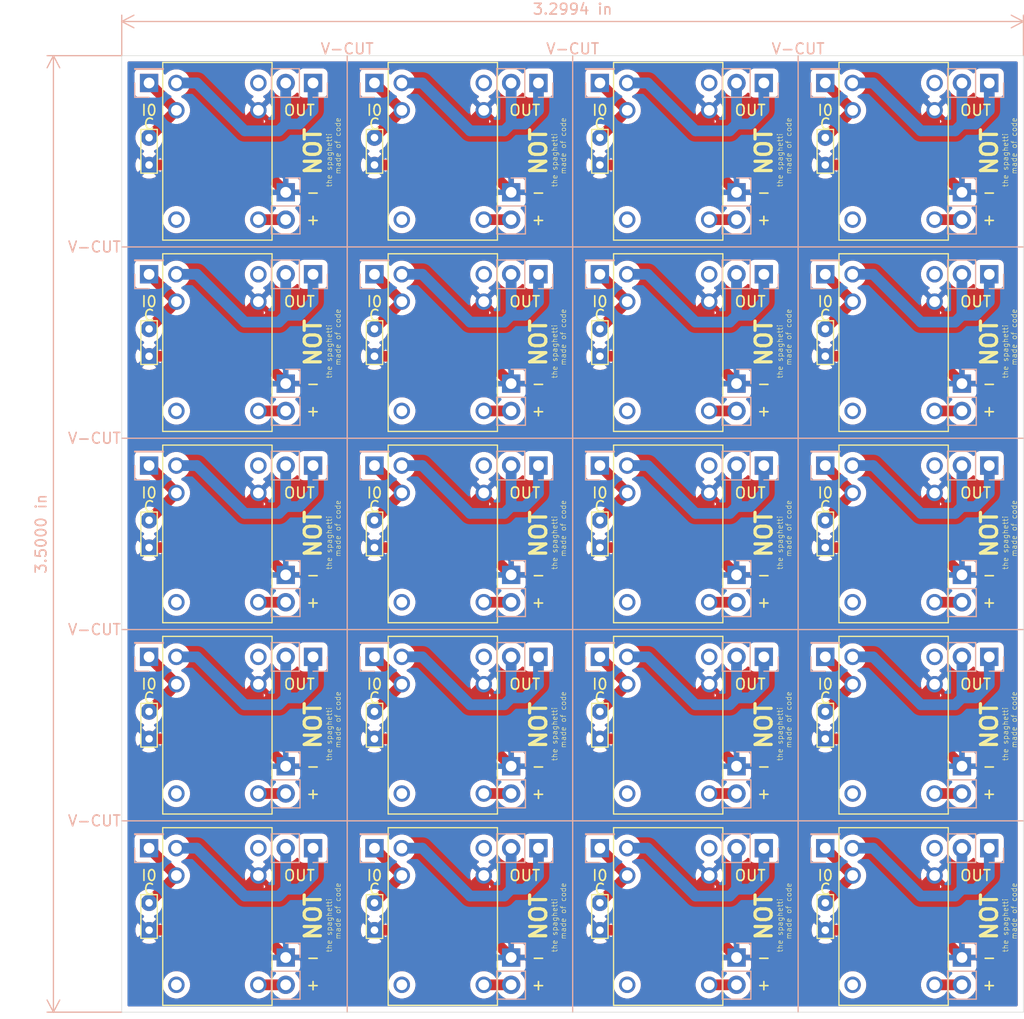
<source format=kicad_pcb>
(kicad_pcb (version 20171130) (host pcbnew "(5.1.6)-1")
  (layers (0 F.Cu signal) (31 B.Cu signal) (34 B.Paste user) (35 F.Paste user) (36 B.SilkS user) (37 F.SilkS user) (38 B.Mask user) (39 F.Mask user) (44 Edge.Cuts user))
  (net 0 "")
  (net 1 GND)
  (net 2 "Net-(C1-Pad2)")
  (net 3 "Net-(J2-Pad1)")
  (net 4 +24V)
  (net 5 "Net-(SPDT1-Pad5)")
  (net 6 "Net-(SPDT1-Pad2)")
  (module Connector_PinHeader_2.54mm:PinHeader_1x02_P2.54mm_Vertical (layer B.Cu) (at 116.19 106.045 90)
    (fp_text reference J2)
    (fp_text value Conn_01x02)
    (pad 1 thru_hole rect (at 0 0 90) (size 1.7 1.7) (drill 1) (layers *.Cu *.Mask) (net 3 "Net-(J2-Pad1)"))
    (pad 2 thru_hole oval (at 0 -2.54 90) (size 1.7 1.7) (drill 1) (layers *.Cu *.Mask) (net 3 "Net-(J2-Pad1)"))
  )
  (module Connector_PinHeader_2.54mm:PinHeader_1x02_P2.54mm_Vertical (layer B.Cu) (at 95.24 106.045 90)
    (fp_text reference J2)
    (fp_text value Conn_01x02)
    (pad 1 thru_hole rect (at 0 0 90) (size 1.7 1.7) (drill 1) (layers *.Cu *.Mask) (net 3 "Net-(J2-Pad1)"))
    (pad 2 thru_hole oval (at 0 -2.54 90) (size 1.7 1.7) (drill 1) (layers *.Cu *.Mask) (net 3 "Net-(J2-Pad1)"))
  )
  (module Connector_PinHeader_2.54mm:PinHeader_1x02_P2.54mm_Vertical (layer B.Cu) (at 74.29 106.045 90)
    (fp_text reference J2)
    (fp_text value Conn_01x02)
    (pad 1 thru_hole rect (at 0 0 90) (size 1.7 1.7) (drill 1) (layers *.Cu *.Mask) (net 3 "Net-(J2-Pad1)"))
    (pad 2 thru_hole oval (at 0 -2.54 90) (size 1.7 1.7) (drill 1) (layers *.Cu *.Mask) (net 3 "Net-(J2-Pad1)"))
  )
  (module Connector_PinHeader_2.54mm:PinHeader_1x02_P2.54mm_Vertical (layer B.Cu) (at 53.34 106.045 90)
    (fp_text reference J2)
    (fp_text value Conn_01x02)
    (pad 1 thru_hole rect (at 0 0 90) (size 1.7 1.7) (drill 1) (layers *.Cu *.Mask) (net 3 "Net-(J2-Pad1)"))
    (pad 2 thru_hole oval (at 0 -2.54 90) (size 1.7 1.7) (drill 1) (layers *.Cu *.Mask) (net 3 "Net-(J2-Pad1)"))
  )
  (module Connector_PinHeader_2.54mm:PinHeader_1x02_P2.54mm_Vertical (layer B.Cu) (at 116.19 88.265 90)
    (fp_text reference J2)
    (fp_text value Conn_01x02)
    (pad 1 thru_hole rect (at 0 0 90) (size 1.7 1.7) (drill 1) (layers *.Cu *.Mask) (net 3 "Net-(J2-Pad1)"))
    (pad 2 thru_hole oval (at 0 -2.54 90) (size 1.7 1.7) (drill 1) (layers *.Cu *.Mask) (net 3 "Net-(J2-Pad1)"))
  )
  (module Connector_PinHeader_2.54mm:PinHeader_1x02_P2.54mm_Vertical (layer B.Cu) (at 95.24 88.265 90)
    (fp_text reference J2)
    (fp_text value Conn_01x02)
    (pad 1 thru_hole rect (at 0 0 90) (size 1.7 1.7) (drill 1) (layers *.Cu *.Mask) (net 3 "Net-(J2-Pad1)"))
    (pad 2 thru_hole oval (at 0 -2.54 90) (size 1.7 1.7) (drill 1) (layers *.Cu *.Mask) (net 3 "Net-(J2-Pad1)"))
  )
  (module Connector_PinHeader_2.54mm:PinHeader_1x02_P2.54mm_Vertical (layer B.Cu) (at 74.29 88.265 90)
    (fp_text reference J2)
    (fp_text value Conn_01x02)
    (pad 1 thru_hole rect (at 0 0 90) (size 1.7 1.7) (drill 1) (layers *.Cu *.Mask) (net 3 "Net-(J2-Pad1)"))
    (pad 2 thru_hole oval (at 0 -2.54 90) (size 1.7 1.7) (drill 1) (layers *.Cu *.Mask) (net 3 "Net-(J2-Pad1)"))
  )
  (module Connector_PinHeader_2.54mm:PinHeader_1x02_P2.54mm_Vertical (layer B.Cu) (at 53.34 88.265 90)
    (fp_text reference J2)
    (fp_text value Conn_01x02)
    (pad 1 thru_hole rect (at 0 0 90) (size 1.7 1.7) (drill 1) (layers *.Cu *.Mask) (net 3 "Net-(J2-Pad1)"))
    (pad 2 thru_hole oval (at 0 -2.54 90) (size 1.7 1.7) (drill 1) (layers *.Cu *.Mask) (net 3 "Net-(J2-Pad1)"))
  )
  (module Connector_PinHeader_2.54mm:PinHeader_1x02_P2.54mm_Vertical (layer B.Cu) (at 116.19 70.485 90)
    (fp_text reference J2)
    (fp_text value Conn_01x02)
    (pad 1 thru_hole rect (at 0 0 90) (size 1.7 1.7) (drill 1) (layers *.Cu *.Mask) (net 3 "Net-(J2-Pad1)"))
    (pad 2 thru_hole oval (at 0 -2.54 90) (size 1.7 1.7) (drill 1) (layers *.Cu *.Mask) (net 3 "Net-(J2-Pad1)"))
  )
  (module Connector_PinHeader_2.54mm:PinHeader_1x02_P2.54mm_Vertical (layer B.Cu) (at 95.24 70.485 90)
    (fp_text reference J2)
    (fp_text value Conn_01x02)
    (pad 1 thru_hole rect (at 0 0 90) (size 1.7 1.7) (drill 1) (layers *.Cu *.Mask) (net 3 "Net-(J2-Pad1)"))
    (pad 2 thru_hole oval (at 0 -2.54 90) (size 1.7 1.7) (drill 1) (layers *.Cu *.Mask) (net 3 "Net-(J2-Pad1)"))
  )
  (module Connector_PinHeader_2.54mm:PinHeader_1x02_P2.54mm_Vertical (layer B.Cu) (at 74.29 70.485 90)
    (fp_text reference J2)
    (fp_text value Conn_01x02)
    (pad 1 thru_hole rect (at 0 0 90) (size 1.7 1.7) (drill 1) (layers *.Cu *.Mask) (net 3 "Net-(J2-Pad1)"))
    (pad 2 thru_hole oval (at 0 -2.54 90) (size 1.7 1.7) (drill 1) (layers *.Cu *.Mask) (net 3 "Net-(J2-Pad1)"))
  )
  (module Connector_PinHeader_2.54mm:PinHeader_1x02_P2.54mm_Vertical (layer B.Cu) (at 53.34 70.485 90)
    (fp_text reference J2)
    (fp_text value Conn_01x02)
    (pad 1 thru_hole rect (at 0 0 90) (size 1.7 1.7) (drill 1) (layers *.Cu *.Mask) (net 3 "Net-(J2-Pad1)"))
    (pad 2 thru_hole oval (at 0 -2.54 90) (size 1.7 1.7) (drill 1) (layers *.Cu *.Mask) (net 3 "Net-(J2-Pad1)"))
  )
  (module Connector_PinHeader_2.54mm:PinHeader_1x02_P2.54mm_Vertical (layer B.Cu) (at 116.19 52.705 90)
    (fp_text reference J2)
    (fp_text value Conn_01x02)
    (pad 1 thru_hole rect (at 0 0 90) (size 1.7 1.7) (drill 1) (layers *.Cu *.Mask) (net 3 "Net-(J2-Pad1)"))
    (pad 2 thru_hole oval (at 0 -2.54 90) (size 1.7 1.7) (drill 1) (layers *.Cu *.Mask) (net 3 "Net-(J2-Pad1)"))
  )
  (module Connector_PinHeader_2.54mm:PinHeader_1x02_P2.54mm_Vertical (layer B.Cu) (at 95.24 52.705 90)
    (fp_text reference J2)
    (fp_text value Conn_01x02)
    (pad 1 thru_hole rect (at 0 0 90) (size 1.7 1.7) (drill 1) (layers *.Cu *.Mask) (net 3 "Net-(J2-Pad1)"))
    (pad 2 thru_hole oval (at 0 -2.54 90) (size 1.7 1.7) (drill 1) (layers *.Cu *.Mask) (net 3 "Net-(J2-Pad1)"))
  )
  (module Connector_PinHeader_2.54mm:PinHeader_1x02_P2.54mm_Vertical (layer B.Cu) (at 74.29 52.705 90)
    (fp_text reference J2)
    (fp_text value Conn_01x02)
    (pad 1 thru_hole rect (at 0 0 90) (size 1.7 1.7) (drill 1) (layers *.Cu *.Mask) (net 3 "Net-(J2-Pad1)"))
    (pad 2 thru_hole oval (at 0 -2.54 90) (size 1.7 1.7) (drill 1) (layers *.Cu *.Mask) (net 3 "Net-(J2-Pad1)"))
  )
  (module Connector_PinHeader_2.54mm:PinHeader_1x02_P2.54mm_Vertical (layer B.Cu) (at 53.34 52.705 90)
    (fp_text reference J2)
    (fp_text value Conn_01x02)
    (pad 1 thru_hole rect (at 0 0 90) (size 1.7 1.7) (drill 1) (layers *.Cu *.Mask) (net 3 "Net-(J2-Pad1)"))
    (pad 2 thru_hole oval (at 0 -2.54 90) (size 1.7 1.7) (drill 1) (layers *.Cu *.Mask) (net 3 "Net-(J2-Pad1)"))
  )
  (module Connector_PinHeader_2.54mm:PinHeader_1x02_P2.54mm_Vertical (layer B.Cu) (at 116.19 34.925 90)
    (fp_text reference J2)
    (fp_text value Conn_01x02)
    (pad 1 thru_hole rect (at 0 0 90) (size 1.7 1.7) (drill 1) (layers *.Cu *.Mask) (net 3 "Net-(J2-Pad1)"))
    (pad 2 thru_hole oval (at 0 -2.54 90) (size 1.7 1.7) (drill 1) (layers *.Cu *.Mask) (net 3 "Net-(J2-Pad1)"))
  )
  (module Connector_PinHeader_2.54mm:PinHeader_1x02_P2.54mm_Vertical (layer B.Cu) (at 95.24 34.925 90)
    (fp_text reference J2)
    (fp_text value Conn_01x02)
    (pad 1 thru_hole rect (at 0 0 90) (size 1.7 1.7) (drill 1) (layers *.Cu *.Mask) (net 3 "Net-(J2-Pad1)"))
    (pad 2 thru_hole oval (at 0 -2.54 90) (size 1.7 1.7) (drill 1) (layers *.Cu *.Mask) (net 3 "Net-(J2-Pad1)"))
  )
  (module Connector_PinHeader_2.54mm:PinHeader_1x02_P2.54mm_Vertical (layer B.Cu) (at 74.29 34.925 90)
    (fp_text reference J2)
    (fp_text value Conn_01x02)
    (pad 1 thru_hole rect (at 0 0 90) (size 1.7 1.7) (drill 1) (layers *.Cu *.Mask) (net 3 "Net-(J2-Pad1)"))
    (pad 2 thru_hole oval (at 0 -2.54 90) (size 1.7 1.7) (drill 1) (layers *.Cu *.Mask) (net 3 "Net-(J2-Pad1)"))
  )
  (module Connector_PinHeader_2.54mm:PinHeader_1x01_P2.54mm_Vertical (layer B.Cu) (at 100.95 106.045)
    (fp_text reference J1)
    (fp_text value Conn_01x01)
    (pad 1 thru_hole rect (at 0 0) (size 1.7 1.7) (drill 1) (layers *.Cu *.Mask) (net 2 "Net-(C1-Pad2)"))
  )
  (module Connector_PinHeader_2.54mm:PinHeader_1x01_P2.54mm_Vertical (layer B.Cu) (at 80 106.045)
    (fp_text reference J1)
    (fp_text value Conn_01x01)
    (pad 1 thru_hole rect (at 0 0) (size 1.7 1.7) (drill 1) (layers *.Cu *.Mask) (net 2 "Net-(C1-Pad2)"))
  )
  (module Connector_PinHeader_2.54mm:PinHeader_1x01_P2.54mm_Vertical (layer B.Cu) (at 59.05 106.045)
    (fp_text reference J1)
    (fp_text value Conn_01x01)
    (pad 1 thru_hole rect (at 0 0) (size 1.7 1.7) (drill 1) (layers *.Cu *.Mask) (net 2 "Net-(C1-Pad2)"))
  )
  (module Connector_PinHeader_2.54mm:PinHeader_1x01_P2.54mm_Vertical (layer B.Cu) (at 38.1 106.045)
    (fp_text reference J1)
    (fp_text value Conn_01x01)
    (pad 1 thru_hole rect (at 0 0) (size 1.7 1.7) (drill 1) (layers *.Cu *.Mask) (net 2 "Net-(C1-Pad2)"))
  )
  (module Connector_PinHeader_2.54mm:PinHeader_1x01_P2.54mm_Vertical (layer B.Cu) (at 100.95 88.265)
    (fp_text reference J1)
    (fp_text value Conn_01x01)
    (pad 1 thru_hole rect (at 0 0) (size 1.7 1.7) (drill 1) (layers *.Cu *.Mask) (net 2 "Net-(C1-Pad2)"))
  )
  (module Connector_PinHeader_2.54mm:PinHeader_1x01_P2.54mm_Vertical (layer B.Cu) (at 80 88.265)
    (fp_text reference J1)
    (fp_text value Conn_01x01)
    (pad 1 thru_hole rect (at 0 0) (size 1.7 1.7) (drill 1) (layers *.Cu *.Mask) (net 2 "Net-(C1-Pad2)"))
  )
  (module Connector_PinHeader_2.54mm:PinHeader_1x01_P2.54mm_Vertical (layer B.Cu) (at 59.05 88.265)
    (fp_text reference J1)
    (fp_text value Conn_01x01)
    (pad 1 thru_hole rect (at 0 0) (size 1.7 1.7) (drill 1) (layers *.Cu *.Mask) (net 2 "Net-(C1-Pad2)"))
  )
  (module Connector_PinHeader_2.54mm:PinHeader_1x01_P2.54mm_Vertical (layer B.Cu) (at 38.1 88.265)
    (fp_text reference J1)
    (fp_text value Conn_01x01)
    (pad 1 thru_hole rect (at 0 0) (size 1.7 1.7) (drill 1) (layers *.Cu *.Mask) (net 2 "Net-(C1-Pad2)"))
  )
  (module Connector_PinHeader_2.54mm:PinHeader_1x01_P2.54mm_Vertical (layer B.Cu) (at 100.95 70.485)
    (fp_text reference J1)
    (fp_text value Conn_01x01)
    (pad 1 thru_hole rect (at 0 0) (size 1.7 1.7) (drill 1) (layers *.Cu *.Mask) (net 2 "Net-(C1-Pad2)"))
  )
  (module Connector_PinHeader_2.54mm:PinHeader_1x01_P2.54mm_Vertical (layer B.Cu) (at 80 70.485)
    (fp_text reference J1)
    (fp_text value Conn_01x01)
    (pad 1 thru_hole rect (at 0 0) (size 1.7 1.7) (drill 1) (layers *.Cu *.Mask) (net 2 "Net-(C1-Pad2)"))
  )
  (module Connector_PinHeader_2.54mm:PinHeader_1x01_P2.54mm_Vertical (layer B.Cu) (at 59.05 70.485)
    (fp_text reference J1)
    (fp_text value Conn_01x01)
    (pad 1 thru_hole rect (at 0 0) (size 1.7 1.7) (drill 1) (layers *.Cu *.Mask) (net 2 "Net-(C1-Pad2)"))
  )
  (module Connector_PinHeader_2.54mm:PinHeader_1x01_P2.54mm_Vertical (layer B.Cu) (at 38.1 70.485)
    (fp_text reference J1)
    (fp_text value Conn_01x01)
    (pad 1 thru_hole rect (at 0 0) (size 1.7 1.7) (drill 1) (layers *.Cu *.Mask) (net 2 "Net-(C1-Pad2)"))
  )
  (module Connector_PinHeader_2.54mm:PinHeader_1x01_P2.54mm_Vertical (layer B.Cu) (at 100.95 52.705)
    (fp_text reference J1)
    (fp_text value Conn_01x01)
    (pad 1 thru_hole rect (at 0 0) (size 1.7 1.7) (drill 1) (layers *.Cu *.Mask) (net 2 "Net-(C1-Pad2)"))
  )
  (module Connector_PinHeader_2.54mm:PinHeader_1x01_P2.54mm_Vertical (layer B.Cu) (at 80 52.705)
    (fp_text reference J1)
    (fp_text value Conn_01x01)
    (pad 1 thru_hole rect (at 0 0) (size 1.7 1.7) (drill 1) (layers *.Cu *.Mask) (net 2 "Net-(C1-Pad2)"))
  )
  (module Connector_PinHeader_2.54mm:PinHeader_1x01_P2.54mm_Vertical (layer B.Cu) (at 59.05 52.705)
    (fp_text reference J1)
    (fp_text value Conn_01x01)
    (pad 1 thru_hole rect (at 0 0) (size 1.7 1.7) (drill 1) (layers *.Cu *.Mask) (net 2 "Net-(C1-Pad2)"))
  )
  (module Connector_PinHeader_2.54mm:PinHeader_1x01_P2.54mm_Vertical (layer B.Cu) (at 38.1 52.705)
    (fp_text reference J1)
    (fp_text value Conn_01x01)
    (pad 1 thru_hole rect (at 0 0) (size 1.7 1.7) (drill 1) (layers *.Cu *.Mask) (net 2 "Net-(C1-Pad2)"))
  )
  (module Connector_PinHeader_2.54mm:PinHeader_1x01_P2.54mm_Vertical (layer B.Cu) (at 100.95 34.925)
    (fp_text reference J1)
    (fp_text value Conn_01x01)
    (pad 1 thru_hole rect (at 0 0) (size 1.7 1.7) (drill 1) (layers *.Cu *.Mask) (net 2 "Net-(C1-Pad2)"))
  )
  (module Connector_PinHeader_2.54mm:PinHeader_1x01_P2.54mm_Vertical (layer B.Cu) (at 80 34.925)
    (fp_text reference J1)
    (fp_text value Conn_01x01)
    (pad 1 thru_hole rect (at 0 0) (size 1.7 1.7) (drill 1) (layers *.Cu *.Mask) (net 2 "Net-(C1-Pad2)"))
  )
  (module Connector_PinHeader_2.54mm:PinHeader_1x01_P2.54mm_Vertical (layer B.Cu) (at 59.05 34.925)
    (fp_text reference J1)
    (fp_text value Conn_01x01)
    (pad 1 thru_hole rect (at 0 0) (size 1.7 1.7) (drill 1) (layers *.Cu *.Mask) (net 2 "Net-(C1-Pad2)"))
  )
  (module MiyakeFootprintLib:946H-1C-24D (layer F.Cu) (at 108.57 111.125)
    (fp_text reference SPDT1)
    (fp_text value 946H-1C-24D)
    (pad 1 thru_hole circle (at -5.08 -5.08) (size 1.524 1.524) (drill 1) (layers *.Cu *.Mask) (net 3 "Net-(J2-Pad1)"))
    (pad 2 thru_hole circle (at 2.54 -5.08) (size 1.524 1.524) (drill 1) (layers *.Cu *.Mask) (net 6 "Net-(SPDT1-Pad2)"))
    (pad 3 thru_hole circle (at 2.54 -2.54) (size 1.524 1.524) (drill 1) (layers *.Cu *.Mask) (net 1 GND))
    (pad 4 thru_hole circle (at -5.08 -2.54) (size 1.524 1.524) (drill 1) (layers *.Cu *.Mask) (net 2 "Net-(C1-Pad2)"))
    (pad 5 thru_hole circle (at -5.08 7.62) (size 1.524 1.524) (drill 1) (layers *.Cu *.Mask) (net 5 "Net-(SPDT1-Pad5)"))
    (pad 6 thru_hole circle (at 2.54 7.62) (size 1.524 1.524) (drill 1) (layers *.Cu *.Mask) (net 4 +24V))
  )
  (module MiyakeFootprintLib:946H-1C-24D (layer F.Cu) (at 87.62 111.125)
    (fp_text reference SPDT1)
    (fp_text value 946H-1C-24D)
    (pad 1 thru_hole circle (at -5.08 -5.08) (size 1.524 1.524) (drill 1) (layers *.Cu *.Mask) (net 3 "Net-(J2-Pad1)"))
    (pad 2 thru_hole circle (at 2.54 -5.08) (size 1.524 1.524) (drill 1) (layers *.Cu *.Mask) (net 6 "Net-(SPDT1-Pad2)"))
    (pad 3 thru_hole circle (at 2.54 -2.54) (size 1.524 1.524) (drill 1) (layers *.Cu *.Mask) (net 1 GND))
    (pad 4 thru_hole circle (at -5.08 -2.54) (size 1.524 1.524) (drill 1) (layers *.Cu *.Mask) (net 2 "Net-(C1-Pad2)"))
    (pad 5 thru_hole circle (at -5.08 7.62) (size 1.524 1.524) (drill 1) (layers *.Cu *.Mask) (net 5 "Net-(SPDT1-Pad5)"))
    (pad 6 thru_hole circle (at 2.54 7.62) (size 1.524 1.524) (drill 1) (layers *.Cu *.Mask) (net 4 +24V))
  )
  (module MiyakeFootprintLib:946H-1C-24D (layer F.Cu) (at 66.67 111.125)
    (fp_text reference SPDT1)
    (fp_text value 946H-1C-24D)
    (pad 1 thru_hole circle (at -5.08 -5.08) (size 1.524 1.524) (drill 1) (layers *.Cu *.Mask) (net 3 "Net-(J2-Pad1)"))
    (pad 2 thru_hole circle (at 2.54 -5.08) (size 1.524 1.524) (drill 1) (layers *.Cu *.Mask) (net 6 "Net-(SPDT1-Pad2)"))
    (pad 3 thru_hole circle (at 2.54 -2.54) (size 1.524 1.524) (drill 1) (layers *.Cu *.Mask) (net 1 GND))
    (pad 4 thru_hole circle (at -5.08 -2.54) (size 1.524 1.524) (drill 1) (layers *.Cu *.Mask) (net 2 "Net-(C1-Pad2)"))
    (pad 5 thru_hole circle (at -5.08 7.62) (size 1.524 1.524) (drill 1) (layers *.Cu *.Mask) (net 5 "Net-(SPDT1-Pad5)"))
    (pad 6 thru_hole circle (at 2.54 7.62) (size 1.524 1.524) (drill 1) (layers *.Cu *.Mask) (net 4 +24V))
  )
  (module MiyakeFootprintLib:946H-1C-24D (layer F.Cu) (at 45.72 111.125)
    (fp_text reference SPDT1)
    (fp_text value 946H-1C-24D)
    (pad 1 thru_hole circle (at -5.08 -5.08) (size 1.524 1.524) (drill 1) (layers *.Cu *.Mask) (net 3 "Net-(J2-Pad1)"))
    (pad 2 thru_hole circle (at 2.54 -5.08) (size 1.524 1.524) (drill 1) (layers *.Cu *.Mask) (net 6 "Net-(SPDT1-Pad2)"))
    (pad 3 thru_hole circle (at 2.54 -2.54) (size 1.524 1.524) (drill 1) (layers *.Cu *.Mask) (net 1 GND))
    (pad 4 thru_hole circle (at -5.08 -2.54) (size 1.524 1.524) (drill 1) (layers *.Cu *.Mask) (net 2 "Net-(C1-Pad2)"))
    (pad 5 thru_hole circle (at -5.08 7.62) (size 1.524 1.524) (drill 1) (layers *.Cu *.Mask) (net 5 "Net-(SPDT1-Pad5)"))
    (pad 6 thru_hole circle (at 2.54 7.62) (size 1.524 1.524) (drill 1) (layers *.Cu *.Mask) (net 4 +24V))
  )
  (module MiyakeFootprintLib:946H-1C-24D (layer F.Cu) (at 108.57 93.345)
    (fp_text reference SPDT1)
    (fp_text value 946H-1C-24D)
    (pad 1 thru_hole circle (at -5.08 -5.08) (size 1.524 1.524) (drill 1) (layers *.Cu *.Mask) (net 3 "Net-(J2-Pad1)"))
    (pad 2 thru_hole circle (at 2.54 -5.08) (size 1.524 1.524) (drill 1) (layers *.Cu *.Mask) (net 6 "Net-(SPDT1-Pad2)"))
    (pad 3 thru_hole circle (at 2.54 -2.54) (size 1.524 1.524) (drill 1) (layers *.Cu *.Mask) (net 1 GND))
    (pad 4 thru_hole circle (at -5.08 -2.54) (size 1.524 1.524) (drill 1) (layers *.Cu *.Mask) (net 2 "Net-(C1-Pad2)"))
    (pad 5 thru_hole circle (at -5.08 7.62) (size 1.524 1.524) (drill 1) (layers *.Cu *.Mask) (net 5 "Net-(SPDT1-Pad5)"))
    (pad 6 thru_hole circle (at 2.54 7.62) (size 1.524 1.524) (drill 1) (layers *.Cu *.Mask) (net 4 +24V))
  )
  (module MiyakeFootprintLib:946H-1C-24D (layer F.Cu) (at 87.62 93.345)
    (fp_text reference SPDT1)
    (fp_text value 946H-1C-24D)
    (pad 1 thru_hole circle (at -5.08 -5.08) (size 1.524 1.524) (drill 1) (layers *.Cu *.Mask) (net 3 "Net-(J2-Pad1)"))
    (pad 2 thru_hole circle (at 2.54 -5.08) (size 1.524 1.524) (drill 1) (layers *.Cu *.Mask) (net 6 "Net-(SPDT1-Pad2)"))
    (pad 3 thru_hole circle (at 2.54 -2.54) (size 1.524 1.524) (drill 1) (layers *.Cu *.Mask) (net 1 GND))
    (pad 4 thru_hole circle (at -5.08 -2.54) (size 1.524 1.524) (drill 1) (layers *.Cu *.Mask) (net 2 "Net-(C1-Pad2)"))
    (pad 5 thru_hole circle (at -5.08 7.62) (size 1.524 1.524) (drill 1) (layers *.Cu *.Mask) (net 5 "Net-(SPDT1-Pad5)"))
    (pad 6 thru_hole circle (at 2.54 7.62) (size 1.524 1.524) (drill 1) (layers *.Cu *.Mask) (net 4 +24V))
  )
  (module MiyakeFootprintLib:946H-1C-24D (layer F.Cu) (at 66.67 93.345)
    (fp_text reference SPDT1)
    (fp_text value 946H-1C-24D)
    (pad 1 thru_hole circle (at -5.08 -5.08) (size 1.524 1.524) (drill 1) (layers *.Cu *.Mask) (net 3 "Net-(J2-Pad1)"))
    (pad 2 thru_hole circle (at 2.54 -5.08) (size 1.524 1.524) (drill 1) (layers *.Cu *.Mask) (net 6 "Net-(SPDT1-Pad2)"))
    (pad 3 thru_hole circle (at 2.54 -2.54) (size 1.524 1.524) (drill 1) (layers *.Cu *.Mask) (net 1 GND))
    (pad 4 thru_hole circle (at -5.08 -2.54) (size 1.524 1.524) (drill 1) (layers *.Cu *.Mask) (net 2 "Net-(C1-Pad2)"))
    (pad 5 thru_hole circle (at -5.08 7.62) (size 1.524 1.524) (drill 1) (layers *.Cu *.Mask) (net 5 "Net-(SPDT1-Pad5)"))
    (pad 6 thru_hole circle (at 2.54 7.62) (size 1.524 1.524) (drill 1) (layers *.Cu *.Mask) (net 4 +24V))
  )
  (module MiyakeFootprintLib:946H-1C-24D (layer F.Cu) (at 45.72 93.345)
    (fp_text reference SPDT1)
    (fp_text value 946H-1C-24D)
    (pad 1 thru_hole circle (at -5.08 -5.08) (size 1.524 1.524) (drill 1) (layers *.Cu *.Mask) (net 3 "Net-(J2-Pad1)"))
    (pad 2 thru_hole circle (at 2.54 -5.08) (size 1.524 1.524) (drill 1) (layers *.Cu *.Mask) (net 6 "Net-(SPDT1-Pad2)"))
    (pad 3 thru_hole circle (at 2.54 -2.54) (size 1.524 1.524) (drill 1) (layers *.Cu *.Mask) (net 1 GND))
    (pad 4 thru_hole circle (at -5.08 -2.54) (size 1.524 1.524) (drill 1) (layers *.Cu *.Mask) (net 2 "Net-(C1-Pad2)"))
    (pad 5 thru_hole circle (at -5.08 7.62) (size 1.524 1.524) (drill 1) (layers *.Cu *.Mask) (net 5 "Net-(SPDT1-Pad5)"))
    (pad 6 thru_hole circle (at 2.54 7.62) (size 1.524 1.524) (drill 1) (layers *.Cu *.Mask) (net 4 +24V))
  )
  (module MiyakeFootprintLib:946H-1C-24D (layer F.Cu) (at 108.57 75.565)
    (fp_text reference SPDT1)
    (fp_text value 946H-1C-24D)
    (pad 1 thru_hole circle (at -5.08 -5.08) (size 1.524 1.524) (drill 1) (layers *.Cu *.Mask) (net 3 "Net-(J2-Pad1)"))
    (pad 2 thru_hole circle (at 2.54 -5.08) (size 1.524 1.524) (drill 1) (layers *.Cu *.Mask) (net 6 "Net-(SPDT1-Pad2)"))
    (pad 3 thru_hole circle (at 2.54 -2.54) (size 1.524 1.524) (drill 1) (layers *.Cu *.Mask) (net 1 GND))
    (pad 4 thru_hole circle (at -5.08 -2.54) (size 1.524 1.524) (drill 1) (layers *.Cu *.Mask) (net 2 "Net-(C1-Pad2)"))
    (pad 5 thru_hole circle (at -5.08 7.62) (size 1.524 1.524) (drill 1) (layers *.Cu *.Mask) (net 5 "Net-(SPDT1-Pad5)"))
    (pad 6 thru_hole circle (at 2.54 7.62) (size 1.524 1.524) (drill 1) (layers *.Cu *.Mask) (net 4 +24V))
  )
  (module MiyakeFootprintLib:946H-1C-24D (layer F.Cu) (at 87.62 75.565)
    (fp_text reference SPDT1)
    (fp_text value 946H-1C-24D)
    (pad 1 thru_hole circle (at -5.08 -5.08) (size 1.524 1.524) (drill 1) (layers *.Cu *.Mask) (net 3 "Net-(J2-Pad1)"))
    (pad 2 thru_hole circle (at 2.54 -5.08) (size 1.524 1.524) (drill 1) (layers *.Cu *.Mask) (net 6 "Net-(SPDT1-Pad2)"))
    (pad 3 thru_hole circle (at 2.54 -2.54) (size 1.524 1.524) (drill 1) (layers *.Cu *.Mask) (net 1 GND))
    (pad 4 thru_hole circle (at -5.08 -2.54) (size 1.524 1.524) (drill 1) (layers *.Cu *.Mask) (net 2 "Net-(C1-Pad2)"))
    (pad 5 thru_hole circle (at -5.08 7.62) (size 1.524 1.524) (drill 1) (layers *.Cu *.Mask) (net 5 "Net-(SPDT1-Pad5)"))
    (pad 6 thru_hole circle (at 2.54 7.62) (size 1.524 1.524) (drill 1) (layers *.Cu *.Mask) (net 4 +24V))
  )
  (module MiyakeFootprintLib:946H-1C-24D (layer F.Cu) (at 66.67 75.565)
    (fp_text reference SPDT1)
    (fp_text value 946H-1C-24D)
    (pad 1 thru_hole circle (at -5.08 -5.08) (size 1.524 1.524) (drill 1) (layers *.Cu *.Mask) (net 3 "Net-(J2-Pad1)"))
    (pad 2 thru_hole circle (at 2.54 -5.08) (size 1.524 1.524) (drill 1) (layers *.Cu *.Mask) (net 6 "Net-(SPDT1-Pad2)"))
    (pad 3 thru_hole circle (at 2.54 -2.54) (size 1.524 1.524) (drill 1) (layers *.Cu *.Mask) (net 1 GND))
    (pad 4 thru_hole circle (at -5.08 -2.54) (size 1.524 1.524) (drill 1) (layers *.Cu *.Mask) (net 2 "Net-(C1-Pad2)"))
    (pad 5 thru_hole circle (at -5.08 7.62) (size 1.524 1.524) (drill 1) (layers *.Cu *.Mask) (net 5 "Net-(SPDT1-Pad5)"))
    (pad 6 thru_hole circle (at 2.54 7.62) (size 1.524 1.524) (drill 1) (layers *.Cu *.Mask) (net 4 +24V))
  )
  (module MiyakeFootprintLib:946H-1C-24D (layer F.Cu) (at 45.72 75.565)
    (fp_text reference SPDT1)
    (fp_text value 946H-1C-24D)
    (pad 1 thru_hole circle (at -5.08 -5.08) (size 1.524 1.524) (drill 1) (layers *.Cu *.Mask) (net 3 "Net-(J2-Pad1)"))
    (pad 2 thru_hole circle (at 2.54 -5.08) (size 1.524 1.524) (drill 1) (layers *.Cu *.Mask) (net 6 "Net-(SPDT1-Pad2)"))
    (pad 3 thru_hole circle (at 2.54 -2.54) (size 1.524 1.524) (drill 1) (layers *.Cu *.Mask) (net 1 GND))
    (pad 4 thru_hole circle (at -5.08 -2.54) (size 1.524 1.524) (drill 1) (layers *.Cu *.Mask) (net 2 "Net-(C1-Pad2)"))
    (pad 5 thru_hole circle (at -5.08 7.62) (size 1.524 1.524) (drill 1) (layers *.Cu *.Mask) (net 5 "Net-(SPDT1-Pad5)"))
    (pad 6 thru_hole circle (at 2.54 7.62) (size 1.524 1.524) (drill 1) (layers *.Cu *.Mask) (net 4 +24V))
  )
  (module MiyakeFootprintLib:946H-1C-24D (layer F.Cu) (at 108.57 57.785)
    (fp_text reference SPDT1)
    (fp_text value 946H-1C-24D)
    (pad 1 thru_hole circle (at -5.08 -5.08) (size 1.524 1.524) (drill 1) (layers *.Cu *.Mask) (net 3 "Net-(J2-Pad1)"))
    (pad 2 thru_hole circle (at 2.54 -5.08) (size 1.524 1.524) (drill 1) (layers *.Cu *.Mask) (net 6 "Net-(SPDT1-Pad2)"))
    (pad 3 thru_hole circle (at 2.54 -2.54) (size 1.524 1.524) (drill 1) (layers *.Cu *.Mask) (net 1 GND))
    (pad 4 thru_hole circle (at -5.08 -2.54) (size 1.524 1.524) (drill 1) (layers *.Cu *.Mask) (net 2 "Net-(C1-Pad2)"))
    (pad 5 thru_hole circle (at -5.08 7.62) (size 1.524 1.524) (drill 1) (layers *.Cu *.Mask) (net 5 "Net-(SPDT1-Pad5)"))
    (pad 6 thru_hole circle (at 2.54 7.62) (size 1.524 1.524) (drill 1) (layers *.Cu *.Mask) (net 4 +24V))
  )
  (module MiyakeFootprintLib:946H-1C-24D (layer F.Cu) (at 87.62 57.785)
    (fp_text reference SPDT1)
    (fp_text value 946H-1C-24D)
    (pad 1 thru_hole circle (at -5.08 -5.08) (size 1.524 1.524) (drill 1) (layers *.Cu *.Mask) (net 3 "Net-(J2-Pad1)"))
    (pad 2 thru_hole circle (at 2.54 -5.08) (size 1.524 1.524) (drill 1) (layers *.Cu *.Mask) (net 6 "Net-(SPDT1-Pad2)"))
    (pad 3 thru_hole circle (at 2.54 -2.54) (size 1.524 1.524) (drill 1) (layers *.Cu *.Mask) (net 1 GND))
    (pad 4 thru_hole circle (at -5.08 -2.54) (size 1.524 1.524) (drill 1) (layers *.Cu *.Mask) (net 2 "Net-(C1-Pad2)"))
    (pad 5 thru_hole circle (at -5.08 7.62) (size 1.524 1.524) (drill 1) (layers *.Cu *.Mask) (net 5 "Net-(SPDT1-Pad5)"))
    (pad 6 thru_hole circle (at 2.54 7.62) (size 1.524 1.524) (drill 1) (layers *.Cu *.Mask) (net 4 +24V))
  )
  (module MiyakeFootprintLib:946H-1C-24D (layer F.Cu) (at 66.67 57.785)
    (fp_text reference SPDT1)
    (fp_text value 946H-1C-24D)
    (pad 1 thru_hole circle (at -5.08 -5.08) (size 1.524 1.524) (drill 1) (layers *.Cu *.Mask) (net 3 "Net-(J2-Pad1)"))
    (pad 2 thru_hole circle (at 2.54 -5.08) (size 1.524 1.524) (drill 1) (layers *.Cu *.Mask) (net 6 "Net-(SPDT1-Pad2)"))
    (pad 3 thru_hole circle (at 2.54 -2.54) (size 1.524 1.524) (drill 1) (layers *.Cu *.Mask) (net 1 GND))
    (pad 4 thru_hole circle (at -5.08 -2.54) (size 1.524 1.524) (drill 1) (layers *.Cu *.Mask) (net 2 "Net-(C1-Pad2)"))
    (pad 5 thru_hole circle (at -5.08 7.62) (size 1.524 1.524) (drill 1) (layers *.Cu *.Mask) (net 5 "Net-(SPDT1-Pad5)"))
    (pad 6 thru_hole circle (at 2.54 7.62) (size 1.524 1.524) (drill 1) (layers *.Cu *.Mask) (net 4 +24V))
  )
  (module MiyakeFootprintLib:946H-1C-24D (layer F.Cu) (at 45.72 57.785)
    (fp_text reference SPDT1)
    (fp_text value 946H-1C-24D)
    (pad 1 thru_hole circle (at -5.08 -5.08) (size 1.524 1.524) (drill 1) (layers *.Cu *.Mask) (net 3 "Net-(J2-Pad1)"))
    (pad 2 thru_hole circle (at 2.54 -5.08) (size 1.524 1.524) (drill 1) (layers *.Cu *.Mask) (net 6 "Net-(SPDT1-Pad2)"))
    (pad 3 thru_hole circle (at 2.54 -2.54) (size 1.524 1.524) (drill 1) (layers *.Cu *.Mask) (net 1 GND))
    (pad 4 thru_hole circle (at -5.08 -2.54) (size 1.524 1.524) (drill 1) (layers *.Cu *.Mask) (net 2 "Net-(C1-Pad2)"))
    (pad 5 thru_hole circle (at -5.08 7.62) (size 1.524 1.524) (drill 1) (layers *.Cu *.Mask) (net 5 "Net-(SPDT1-Pad5)"))
    (pad 6 thru_hole circle (at 2.54 7.62) (size 1.524 1.524) (drill 1) (layers *.Cu *.Mask) (net 4 +24V))
  )
  (module MiyakeFootprintLib:946H-1C-24D (layer F.Cu) (at 108.57 40.005)
    (fp_text reference SPDT1)
    (fp_text value 946H-1C-24D)
    (pad 1 thru_hole circle (at -5.08 -5.08) (size 1.524 1.524) (drill 1) (layers *.Cu *.Mask) (net 3 "Net-(J2-Pad1)"))
    (pad 2 thru_hole circle (at 2.54 -5.08) (size 1.524 1.524) (drill 1) (layers *.Cu *.Mask) (net 6 "Net-(SPDT1-Pad2)"))
    (pad 3 thru_hole circle (at 2.54 -2.54) (size 1.524 1.524) (drill 1) (layers *.Cu *.Mask) (net 1 GND))
    (pad 4 thru_hole circle (at -5.08 -2.54) (size 1.524 1.524) (drill 1) (layers *.Cu *.Mask) (net 2 "Net-(C1-Pad2)"))
    (pad 5 thru_hole circle (at -5.08 7.62) (size 1.524 1.524) (drill 1) (layers *.Cu *.Mask) (net 5 "Net-(SPDT1-Pad5)"))
    (pad 6 thru_hole circle (at 2.54 7.62) (size 1.524 1.524) (drill 1) (layers *.Cu *.Mask) (net 4 +24V))
  )
  (module MiyakeFootprintLib:946H-1C-24D (layer F.Cu) (at 87.62 40.005)
    (fp_text reference SPDT1)
    (fp_text value 946H-1C-24D)
    (pad 1 thru_hole circle (at -5.08 -5.08) (size 1.524 1.524) (drill 1) (layers *.Cu *.Mask) (net 3 "Net-(J2-Pad1)"))
    (pad 2 thru_hole circle (at 2.54 -5.08) (size 1.524 1.524) (drill 1) (layers *.Cu *.Mask) (net 6 "Net-(SPDT1-Pad2)"))
    (pad 3 thru_hole circle (at 2.54 -2.54) (size 1.524 1.524) (drill 1) (layers *.Cu *.Mask) (net 1 GND))
    (pad 4 thru_hole circle (at -5.08 -2.54) (size 1.524 1.524) (drill 1) (layers *.Cu *.Mask) (net 2 "Net-(C1-Pad2)"))
    (pad 5 thru_hole circle (at -5.08 7.62) (size 1.524 1.524) (drill 1) (layers *.Cu *.Mask) (net 5 "Net-(SPDT1-Pad5)"))
    (pad 6 thru_hole circle (at 2.54 7.62) (size 1.524 1.524) (drill 1) (layers *.Cu *.Mask) (net 4 +24V))
  )
  (module MiyakeFootprintLib:946H-1C-24D (layer F.Cu) (at 66.67 40.005)
    (fp_text reference SPDT1)
    (fp_text value 946H-1C-24D)
    (pad 1 thru_hole circle (at -5.08 -5.08) (size 1.524 1.524) (drill 1) (layers *.Cu *.Mask) (net 3 "Net-(J2-Pad1)"))
    (pad 2 thru_hole circle (at 2.54 -5.08) (size 1.524 1.524) (drill 1) (layers *.Cu *.Mask) (net 6 "Net-(SPDT1-Pad2)"))
    (pad 3 thru_hole circle (at 2.54 -2.54) (size 1.524 1.524) (drill 1) (layers *.Cu *.Mask) (net 1 GND))
    (pad 4 thru_hole circle (at -5.08 -2.54) (size 1.524 1.524) (drill 1) (layers *.Cu *.Mask) (net 2 "Net-(C1-Pad2)"))
    (pad 5 thru_hole circle (at -5.08 7.62) (size 1.524 1.524) (drill 1) (layers *.Cu *.Mask) (net 5 "Net-(SPDT1-Pad5)"))
    (pad 6 thru_hole circle (at 2.54 7.62) (size 1.524 1.524) (drill 1) (layers *.Cu *.Mask) (net 4 +24V))
  )
  (module Connector_PinHeader_2.54mm:PinHeader_1x02_P2.54mm_Vertical (layer B.Cu) (at 113.65 116.205 180)
    (fp_text reference J3)
    (fp_text value Conn_01x02)
    (pad 2 thru_hole oval (at 0 -2.54 180) (size 1.7 1.7) (drill 1) (layers *.Cu *.Mask) (net 4 +24V))
    (pad 1 thru_hole rect (at 0 0 180) (size 1.7 1.7) (drill 1) (layers *.Cu *.Mask) (net 1 GND))
  )
  (module Connector_PinHeader_2.54mm:PinHeader_1x02_P2.54mm_Vertical (layer B.Cu) (at 92.7 116.205 180)
    (fp_text reference J3)
    (fp_text value Conn_01x02)
    (pad 2 thru_hole oval (at 0 -2.54 180) (size 1.7 1.7) (drill 1) (layers *.Cu *.Mask) (net 4 +24V))
    (pad 1 thru_hole rect (at 0 0 180) (size 1.7 1.7) (drill 1) (layers *.Cu *.Mask) (net 1 GND))
  )
  (module Connector_PinHeader_2.54mm:PinHeader_1x02_P2.54mm_Vertical (layer B.Cu) (at 71.75 116.205 180)
    (fp_text reference J3)
    (fp_text value Conn_01x02)
    (pad 2 thru_hole oval (at 0 -2.54 180) (size 1.7 1.7) (drill 1) (layers *.Cu *.Mask) (net 4 +24V))
    (pad 1 thru_hole rect (at 0 0 180) (size 1.7 1.7) (drill 1) (layers *.Cu *.Mask) (net 1 GND))
  )
  (module Connector_PinHeader_2.54mm:PinHeader_1x02_P2.54mm_Vertical (layer B.Cu) (at 50.8 116.205 180)
    (fp_text reference J3)
    (fp_text value Conn_01x02)
    (pad 2 thru_hole oval (at 0 -2.54 180) (size 1.7 1.7) (drill 1) (layers *.Cu *.Mask) (net 4 +24V))
    (pad 1 thru_hole rect (at 0 0 180) (size 1.7 1.7) (drill 1) (layers *.Cu *.Mask) (net 1 GND))
  )
  (module Connector_PinHeader_2.54mm:PinHeader_1x02_P2.54mm_Vertical (layer B.Cu) (at 113.65 98.425 180)
    (fp_text reference J3)
    (fp_text value Conn_01x02)
    (pad 2 thru_hole oval (at 0 -2.54 180) (size 1.7 1.7) (drill 1) (layers *.Cu *.Mask) (net 4 +24V))
    (pad 1 thru_hole rect (at 0 0 180) (size 1.7 1.7) (drill 1) (layers *.Cu *.Mask) (net 1 GND))
  )
  (module Connector_PinHeader_2.54mm:PinHeader_1x02_P2.54mm_Vertical (layer B.Cu) (at 92.7 98.425 180)
    (fp_text reference J3)
    (fp_text value Conn_01x02)
    (pad 2 thru_hole oval (at 0 -2.54 180) (size 1.7 1.7) (drill 1) (layers *.Cu *.Mask) (net 4 +24V))
    (pad 1 thru_hole rect (at 0 0 180) (size 1.7 1.7) (drill 1) (layers *.Cu *.Mask) (net 1 GND))
  )
  (module Connector_PinHeader_2.54mm:PinHeader_1x02_P2.54mm_Vertical (layer B.Cu) (at 71.75 98.425 180)
    (fp_text reference J3)
    (fp_text value Conn_01x02)
    (pad 2 thru_hole oval (at 0 -2.54 180) (size 1.7 1.7) (drill 1) (layers *.Cu *.Mask) (net 4 +24V))
    (pad 1 thru_hole rect (at 0 0 180) (size 1.7 1.7) (drill 1) (layers *.Cu *.Mask) (net 1 GND))
  )
  (module Connector_PinHeader_2.54mm:PinHeader_1x02_P2.54mm_Vertical (layer B.Cu) (at 50.8 98.425 180)
    (fp_text reference J3)
    (fp_text value Conn_01x02)
    (pad 2 thru_hole oval (at 0 -2.54 180) (size 1.7 1.7) (drill 1) (layers *.Cu *.Mask) (net 4 +24V))
    (pad 1 thru_hole rect (at 0 0 180) (size 1.7 1.7) (drill 1) (layers *.Cu *.Mask) (net 1 GND))
  )
  (module Connector_PinHeader_2.54mm:PinHeader_1x02_P2.54mm_Vertical (layer B.Cu) (at 113.65 80.645 180)
    (fp_text reference J3)
    (fp_text value Conn_01x02)
    (pad 2 thru_hole oval (at 0 -2.54 180) (size 1.7 1.7) (drill 1) (layers *.Cu *.Mask) (net 4 +24V))
    (pad 1 thru_hole rect (at 0 0 180) (size 1.7 1.7) (drill 1) (layers *.Cu *.Mask) (net 1 GND))
  )
  (module Connector_PinHeader_2.54mm:PinHeader_1x02_P2.54mm_Vertical (layer B.Cu) (at 92.7 80.645 180)
    (fp_text reference J3)
    (fp_text value Conn_01x02)
    (pad 2 thru_hole oval (at 0 -2.54 180) (size 1.7 1.7) (drill 1) (layers *.Cu *.Mask) (net 4 +24V))
    (pad 1 thru_hole rect (at 0 0 180) (size 1.7 1.7) (drill 1) (layers *.Cu *.Mask) (net 1 GND))
  )
  (module Connector_PinHeader_2.54mm:PinHeader_1x02_P2.54mm_Vertical (layer B.Cu) (at 71.75 80.645 180)
    (fp_text reference J3)
    (fp_text value Conn_01x02)
    (pad 2 thru_hole oval (at 0 -2.54 180) (size 1.7 1.7) (drill 1) (layers *.Cu *.Mask) (net 4 +24V))
    (pad 1 thru_hole rect (at 0 0 180) (size 1.7 1.7) (drill 1) (layers *.Cu *.Mask) (net 1 GND))
  )
  (module Connector_PinHeader_2.54mm:PinHeader_1x02_P2.54mm_Vertical (layer B.Cu) (at 50.8 80.645 180)
    (fp_text reference J3)
    (fp_text value Conn_01x02)
    (pad 2 thru_hole oval (at 0 -2.54 180) (size 1.7 1.7) (drill 1) (layers *.Cu *.Mask) (net 4 +24V))
    (pad 1 thru_hole rect (at 0 0 180) (size 1.7 1.7) (drill 1) (layers *.Cu *.Mask) (net 1 GND))
  )
  (module Connector_PinHeader_2.54mm:PinHeader_1x02_P2.54mm_Vertical (layer B.Cu) (at 113.65 62.865 180)
    (fp_text reference J3)
    (fp_text value Conn_01x02)
    (pad 2 thru_hole oval (at 0 -2.54 180) (size 1.7 1.7) (drill 1) (layers *.Cu *.Mask) (net 4 +24V))
    (pad 1 thru_hole rect (at 0 0 180) (size 1.7 1.7) (drill 1) (layers *.Cu *.Mask) (net 1 GND))
  )
  (module Connector_PinHeader_2.54mm:PinHeader_1x02_P2.54mm_Vertical (layer B.Cu) (at 92.7 62.865 180)
    (fp_text reference J3)
    (fp_text value Conn_01x02)
    (pad 2 thru_hole oval (at 0 -2.54 180) (size 1.7 1.7) (drill 1) (layers *.Cu *.Mask) (net 4 +24V))
    (pad 1 thru_hole rect (at 0 0 180) (size 1.7 1.7) (drill 1) (layers *.Cu *.Mask) (net 1 GND))
  )
  (module Connector_PinHeader_2.54mm:PinHeader_1x02_P2.54mm_Vertical (layer B.Cu) (at 71.75 62.865 180)
    (fp_text reference J3)
    (fp_text value Conn_01x02)
    (pad 2 thru_hole oval (at 0 -2.54 180) (size 1.7 1.7) (drill 1) (layers *.Cu *.Mask) (net 4 +24V))
    (pad 1 thru_hole rect (at 0 0 180) (size 1.7 1.7) (drill 1) (layers *.Cu *.Mask) (net 1 GND))
  )
  (module Connector_PinHeader_2.54mm:PinHeader_1x02_P2.54mm_Vertical (layer B.Cu) (at 50.8 62.865 180)
    (fp_text reference J3)
    (fp_text value Conn_01x02)
    (pad 2 thru_hole oval (at 0 -2.54 180) (size 1.7 1.7) (drill 1) (layers *.Cu *.Mask) (net 4 +24V))
    (pad 1 thru_hole rect (at 0 0 180) (size 1.7 1.7) (drill 1) (layers *.Cu *.Mask) (net 1 GND))
  )
  (module Connector_PinHeader_2.54mm:PinHeader_1x02_P2.54mm_Vertical (layer B.Cu) (at 113.65 45.085 180)
    (fp_text reference J3)
    (fp_text value Conn_01x02)
    (pad 2 thru_hole oval (at 0 -2.54 180) (size 1.7 1.7) (drill 1) (layers *.Cu *.Mask) (net 4 +24V))
    (pad 1 thru_hole rect (at 0 0 180) (size 1.7 1.7) (drill 1) (layers *.Cu *.Mask) (net 1 GND))
  )
  (module Connector_PinHeader_2.54mm:PinHeader_1x02_P2.54mm_Vertical (layer B.Cu) (at 92.7 45.085 180)
    (fp_text reference J3)
    (fp_text value Conn_01x02)
    (pad 2 thru_hole oval (at 0 -2.54 180) (size 1.7 1.7) (drill 1) (layers *.Cu *.Mask) (net 4 +24V))
    (pad 1 thru_hole rect (at 0 0 180) (size 1.7 1.7) (drill 1) (layers *.Cu *.Mask) (net 1 GND))
  )
  (module Connector_PinHeader_2.54mm:PinHeader_1x02_P2.54mm_Vertical (layer B.Cu) (at 71.75 45.085 180)
    (fp_text reference J3)
    (fp_text value Conn_01x02)
    (pad 2 thru_hole oval (at 0 -2.54 180) (size 1.7 1.7) (drill 1) (layers *.Cu *.Mask) (net 4 +24V))
    (pad 1 thru_hole rect (at 0 0 180) (size 1.7 1.7) (drill 1) (layers *.Cu *.Mask) (net 1 GND))
  )
  (module MiyakeFootprintLib:Condensor (layer F.Cu) (at 100.95 113.665 90)
    (fp_text reference C1)
    (fp_text value C)
    (pad 2 thru_hole circle (at 2.54 0 90) (size 1.524 1.524) (drill 0.7) (layers *.Cu *.Mask) (net 2 "Net-(C1-Pad2)"))
    (pad 1 thru_hole circle (at 0 0 90) (size 1.524 1.524) (drill 0.7) (layers *.Cu *.Mask) (net 1 GND))
  )
  (module MiyakeFootprintLib:Condensor (layer F.Cu) (at 80 113.665 90)
    (fp_text reference C1)
    (fp_text value C)
    (pad 2 thru_hole circle (at 2.54 0 90) (size 1.524 1.524) (drill 0.7) (layers *.Cu *.Mask) (net 2 "Net-(C1-Pad2)"))
    (pad 1 thru_hole circle (at 0 0 90) (size 1.524 1.524) (drill 0.7) (layers *.Cu *.Mask) (net 1 GND))
  )
  (module MiyakeFootprintLib:Condensor (layer F.Cu) (at 59.05 113.665 90)
    (fp_text reference C1)
    (fp_text value C)
    (pad 2 thru_hole circle (at 2.54 0 90) (size 1.524 1.524) (drill 0.7) (layers *.Cu *.Mask) (net 2 "Net-(C1-Pad2)"))
    (pad 1 thru_hole circle (at 0 0 90) (size 1.524 1.524) (drill 0.7) (layers *.Cu *.Mask) (net 1 GND))
  )
  (module MiyakeFootprintLib:Condensor (layer F.Cu) (at 38.1 113.665 90)
    (fp_text reference C1)
    (fp_text value C)
    (pad 2 thru_hole circle (at 2.54 0 90) (size 1.524 1.524) (drill 0.7) (layers *.Cu *.Mask) (net 2 "Net-(C1-Pad2)"))
    (pad 1 thru_hole circle (at 0 0 90) (size 1.524 1.524) (drill 0.7) (layers *.Cu *.Mask) (net 1 GND))
  )
  (module MiyakeFootprintLib:Condensor (layer F.Cu) (at 100.95 95.885 90)
    (fp_text reference C1)
    (fp_text value C)
    (pad 2 thru_hole circle (at 2.54 0 90) (size 1.524 1.524) (drill 0.7) (layers *.Cu *.Mask) (net 2 "Net-(C1-Pad2)"))
    (pad 1 thru_hole circle (at 0 0 90) (size 1.524 1.524) (drill 0.7) (layers *.Cu *.Mask) (net 1 GND))
  )
  (module MiyakeFootprintLib:Condensor (layer F.Cu) (at 80 95.885 90)
    (fp_text reference C1)
    (fp_text value C)
    (pad 2 thru_hole circle (at 2.54 0 90) (size 1.524 1.524) (drill 0.7) (layers *.Cu *.Mask) (net 2 "Net-(C1-Pad2)"))
    (pad 1 thru_hole circle (at 0 0 90) (size 1.524 1.524) (drill 0.7) (layers *.Cu *.Mask) (net 1 GND))
  )
  (module MiyakeFootprintLib:Condensor (layer F.Cu) (at 59.05 95.885 90)
    (fp_text reference C1)
    (fp_text value C)
    (pad 2 thru_hole circle (at 2.54 0 90) (size 1.524 1.524) (drill 0.7) (layers *.Cu *.Mask) (net 2 "Net-(C1-Pad2)"))
    (pad 1 thru_hole circle (at 0 0 90) (size 1.524 1.524) (drill 0.7) (layers *.Cu *.Mask) (net 1 GND))
  )
  (module MiyakeFootprintLib:Condensor (layer F.Cu) (at 38.1 95.885 90)
    (fp_text reference C1)
    (fp_text value C)
    (pad 2 thru_hole circle (at 2.54 0 90) (size 1.524 1.524) (drill 0.7) (layers *.Cu *.Mask) (net 2 "Net-(C1-Pad2)"))
    (pad 1 thru_hole circle (at 0 0 90) (size 1.524 1.524) (drill 0.7) (layers *.Cu *.Mask) (net 1 GND))
  )
  (module MiyakeFootprintLib:Condensor (layer F.Cu) (at 100.95 78.105 90)
    (fp_text reference C1)
    (fp_text value C)
    (pad 2 thru_hole circle (at 2.54 0 90) (size 1.524 1.524) (drill 0.7) (layers *.Cu *.Mask) (net 2 "Net-(C1-Pad2)"))
    (pad 1 thru_hole circle (at 0 0 90) (size 1.524 1.524) (drill 0.7) (layers *.Cu *.Mask) (net 1 GND))
  )
  (module MiyakeFootprintLib:Condensor (layer F.Cu) (at 80 78.105 90)
    (fp_text reference C1)
    (fp_text value C)
    (pad 2 thru_hole circle (at 2.54 0 90) (size 1.524 1.524) (drill 0.7) (layers *.Cu *.Mask) (net 2 "Net-(C1-Pad2)"))
    (pad 1 thru_hole circle (at 0 0 90) (size 1.524 1.524) (drill 0.7) (layers *.Cu *.Mask) (net 1 GND))
  )
  (module MiyakeFootprintLib:Condensor (layer F.Cu) (at 59.05 78.105 90)
    (fp_text reference C1)
    (fp_text value C)
    (pad 2 thru_hole circle (at 2.54 0 90) (size 1.524 1.524) (drill 0.7) (layers *.Cu *.Mask) (net 2 "Net-(C1-Pad2)"))
    (pad 1 thru_hole circle (at 0 0 90) (size 1.524 1.524) (drill 0.7) (layers *.Cu *.Mask) (net 1 GND))
  )
  (module MiyakeFootprintLib:Condensor (layer F.Cu) (at 38.1 78.105 90)
    (fp_text reference C1)
    (fp_text value C)
    (pad 2 thru_hole circle (at 2.54 0 90) (size 1.524 1.524) (drill 0.7) (layers *.Cu *.Mask) (net 2 "Net-(C1-Pad2)"))
    (pad 1 thru_hole circle (at 0 0 90) (size 1.524 1.524) (drill 0.7) (layers *.Cu *.Mask) (net 1 GND))
  )
  (module MiyakeFootprintLib:Condensor (layer F.Cu) (at 100.95 60.325 90)
    (fp_text reference C1)
    (fp_text value C)
    (pad 2 thru_hole circle (at 2.54 0 90) (size 1.524 1.524) (drill 0.7) (layers *.Cu *.Mask) (net 2 "Net-(C1-Pad2)"))
    (pad 1 thru_hole circle (at 0 0 90) (size 1.524 1.524) (drill 0.7) (layers *.Cu *.Mask) (net 1 GND))
  )
  (module MiyakeFootprintLib:Condensor (layer F.Cu) (at 80 60.325 90)
    (fp_text reference C1)
    (fp_text value C)
    (pad 2 thru_hole circle (at 2.54 0 90) (size 1.524 1.524) (drill 0.7) (layers *.Cu *.Mask) (net 2 "Net-(C1-Pad2)"))
    (pad 1 thru_hole circle (at 0 0 90) (size 1.524 1.524) (drill 0.7) (layers *.Cu *.Mask) (net 1 GND))
  )
  (module MiyakeFootprintLib:Condensor (layer F.Cu) (at 59.05 60.325 90)
    (fp_text reference C1)
    (fp_text value C)
    (pad 2 thru_hole circle (at 2.54 0 90) (size 1.524 1.524) (drill 0.7) (layers *.Cu *.Mask) (net 2 "Net-(C1-Pad2)"))
    (pad 1 thru_hole circle (at 0 0 90) (size 1.524 1.524) (drill 0.7) (layers *.Cu *.Mask) (net 1 GND))
  )
  (module MiyakeFootprintLib:Condensor (layer F.Cu) (at 38.1 60.325 90)
    (fp_text reference C1)
    (fp_text value C)
    (pad 2 thru_hole circle (at 2.54 0 90) (size 1.524 1.524) (drill 0.7) (layers *.Cu *.Mask) (net 2 "Net-(C1-Pad2)"))
    (pad 1 thru_hole circle (at 0 0 90) (size 1.524 1.524) (drill 0.7) (layers *.Cu *.Mask) (net 1 GND))
  )
  (module MiyakeFootprintLib:Condensor (layer F.Cu) (at 100.95 42.545 90)
    (fp_text reference C1)
    (fp_text value C)
    (pad 2 thru_hole circle (at 2.54 0 90) (size 1.524 1.524) (drill 0.7) (layers *.Cu *.Mask) (net 2 "Net-(C1-Pad2)"))
    (pad 1 thru_hole circle (at 0 0 90) (size 1.524 1.524) (drill 0.7) (layers *.Cu *.Mask) (net 1 GND))
  )
  (module MiyakeFootprintLib:Condensor (layer F.Cu) (at 80 42.545 90)
    (fp_text reference C1)
    (fp_text value C)
    (pad 2 thru_hole circle (at 2.54 0 90) (size 1.524 1.524) (drill 0.7) (layers *.Cu *.Mask) (net 2 "Net-(C1-Pad2)"))
    (pad 1 thru_hole circle (at 0 0 90) (size 1.524 1.524) (drill 0.7) (layers *.Cu *.Mask) (net 1 GND))
  )
  (module MiyakeFootprintLib:Condensor (layer F.Cu) (at 59.05 42.545 90)
    (fp_text reference C1)
    (fp_text value C)
    (pad 2 thru_hole circle (at 2.54 0 90) (size 1.524 1.524) (drill 0.7) (layers *.Cu *.Mask) (net 2 "Net-(C1-Pad2)"))
    (pad 1 thru_hole circle (at 0 0 90) (size 1.524 1.524) (drill 0.7) (layers *.Cu *.Mask) (net 1 GND))
  )
  (module Connector_PinHeader_2.54mm:PinHeader_1x01_P2.54mm_Vertical (layer B.Cu) (at 38.1 34.925)
    (fp_text reference J1)
    (fp_text value Conn_01x01)
    (pad 1 thru_hole rect (at 0 0) (size 1.7 1.7) (drill 1) (layers *.Cu *.Mask) (net 2 "Net-(C1-Pad2)"))
  )
  (module MiyakeFootprintLib:Condensor (layer F.Cu) (at 38.1 42.545 90)
    (fp_text reference C1)
    (fp_text value C)
    (pad 1 thru_hole circle (at 0 0 90) (size 1.524 1.524) (drill 0.7) (layers *.Cu *.Mask) (net 1 GND))
    (pad 2 thru_hole circle (at 2.54 0 90) (size 1.524 1.524) (drill 0.7) (layers *.Cu *.Mask) (net 2 "Net-(C1-Pad2)"))
  )
  (module Connector_PinHeader_2.54mm:PinHeader_1x02_P2.54mm_Vertical (layer B.Cu) (at 53.34 34.925 90)
    (fp_text reference J2)
    (fp_text value Conn_01x02)
    (pad 2 thru_hole oval (at 0 -2.54 90) (size 1.7 1.7) (drill 1) (layers *.Cu *.Mask) (net 3 "Net-(J2-Pad1)"))
    (pad 1 thru_hole rect (at 0 0 90) (size 1.7 1.7) (drill 1) (layers *.Cu *.Mask) (net 3 "Net-(J2-Pad1)"))
  )
  (module Connector_PinHeader_2.54mm:PinHeader_1x02_P2.54mm_Vertical (layer B.Cu) (at 50.8 45.085 180)
    (fp_text reference J3)
    (fp_text value Conn_01x02)
    (pad 1 thru_hole rect (at 0 0 180) (size 1.7 1.7) (drill 1) (layers *.Cu *.Mask) (net 1 GND))
    (pad 2 thru_hole oval (at 0 -2.54 180) (size 1.7 1.7) (drill 1) (layers *.Cu *.Mask) (net 4 +24V))
  )
  (module MiyakeFootprintLib:946H-1C-24D (layer F.Cu) (at 45.72 40.005)
    (fp_text reference SPDT1)
    (fp_text value 946H-1C-24D)
    (pad 6 thru_hole circle (at 2.54 7.62) (size 1.524 1.524) (drill 1) (layers *.Cu *.Mask) (net 4 +24V))
    (pad 5 thru_hole circle (at -5.08 7.62) (size 1.524 1.524) (drill 1) (layers *.Cu *.Mask) (net 5 "Net-(SPDT1-Pad5)"))
    (pad 4 thru_hole circle (at -5.08 -2.54) (size 1.524 1.524) (drill 1) (layers *.Cu *.Mask) (net 2 "Net-(C1-Pad2)"))
    (pad 3 thru_hole circle (at 2.54 -2.54) (size 1.524 1.524) (drill 1) (layers *.Cu *.Mask) (net 1 GND))
    (pad 2 thru_hole circle (at 2.54 -5.08) (size 1.524 1.524) (drill 1) (layers *.Cu *.Mask) (net 6 "Net-(SPDT1-Pad2)"))
    (pad 1 thru_hole circle (at -5.08 -5.08) (size 1.524 1.524) (drill 1) (layers *.Cu *.Mask) (net 3 "Net-(J2-Pad1)"))
  )
  (dimension 88.9 (width 0.12) (layer B.SilkS) (gr_text "88.900 mm" (at 27.94 76.835 270) (layer B.SilkS) (effects (font (size 1 1) (thickness 0.15)))) (feature1 (pts (xy 35.56 121.285) (xy 28.623579 121.285))) (feature2 (pts (xy 35.56 32.385) (xy 28.623579 32.385))) (crossbar (pts (xy 29.21 32.385) (xy 29.21 121.285))) (arrow1a (pts (xy 29.21 121.285) (xy 28.623579 120.158496))) (arrow1b (pts (xy 29.21 121.285) (xy 29.796421 120.158496))) (arrow2a (pts (xy 29.21 32.385) (xy 28.623579 33.511504))) (arrow2b (pts (xy 29.21 32.385) (xy 29.796421 33.511504))))
  (dimension 83.805 (width 0.12) (layer B.SilkS) (gr_text "83.805 mm" (at 77.4625 27.94) (layer B.SilkS) (effects (font (size 1 1) (thickness 0.15)))) (feature1 (pts (xy 119.365 32.385) (xy 119.365 28.623579))) (feature2 (pts (xy 35.56 32.385) (xy 35.56 28.623579))) (crossbar (pts (xy 35.56 29.21) (xy 119.365 29.21))) (arrow1a (pts (xy 119.365 29.21) (xy 118.238496 29.796421))) (arrow1b (pts (xy 119.365 29.21) (xy 118.238496 28.623579))) (arrow2a (pts (xy 35.56 29.21) (xy 36.686504 29.796421))) (arrow2b (pts (xy 35.56 29.21) (xy 36.686504 28.623579))))
  (gr_text V-CUT (at 33.02 103.505) (layer B.SilkS) (effects (font (size 1 1))))
  (gr_text V-CUT (at 33.02 85.725) (layer B.SilkS) (effects (font (size 1 1))))
  (gr_text V-CUT (at 33.02 67.945) (layer B.SilkS) (effects (font (size 1 1))))
  (gr_text V-CUT (at 33.02 50.165) (layer B.SilkS) (effects (font (size 1 1))))
  (gr_text V-CUT (at 98.425 31.75) (layer B.SilkS) (effects (font (size 1 1))))
  (gr_text V-CUT (at 77.47 31.75) (layer B.SilkS) (effects (font (size 1 1))))
  (gr_text V-CUT (at 56.515 31.75) (layer B.SilkS) (effects (font (size 1 1))))
  (gr_line (start 119.38 50.165) (end 35.56 50.165) (layer B.SilkS) (width 0.12))
  (gr_line (start 35.56 67.945) (end 119.38 67.945) (layer B.SilkS) (width 0.12))
  (gr_line (start 119.38 85.725) (end 35.56 85.725) (layer B.SilkS) (width 0.12))
  (gr_line (start 35.56 103.505) (end 119.38 103.505) (layer B.SilkS) (width 0.12))
  (gr_line (start 98.425 32.385) (end 98.425 121.285) (layer B.SilkS) (width 0.12))
  (gr_line (start 77.47 121.285) (end 77.47 32.385) (layer B.SilkS) (width 0.12))
  (gr_line (start 56.515 32.385) (end 56.515 121.285) (layer B.SilkS) (width 0.12))
  (gr_text NOT (at 116.19 112.395 90) (layer F.SilkS) (effects (font (size 1.5 1.5) (thickness 0.3))))
  (gr_text NOT (at 95.24 112.395 90) (layer F.SilkS) (effects (font (size 1.5 1.5) (thickness 0.3))))
  (gr_text NOT (at 74.29 112.395 90) (layer F.SilkS) (effects (font (size 1.5 1.5) (thickness 0.3))))
  (gr_text NOT (at 53.34 112.395 90) (layer F.SilkS) (effects (font (size 1.5 1.5) (thickness 0.3))))
  (gr_text NOT (at 116.19 94.615 90) (layer F.SilkS) (effects (font (size 1.5 1.5) (thickness 0.3))))
  (gr_text NOT (at 95.24 94.615 90) (layer F.SilkS) (effects (font (size 1.5 1.5) (thickness 0.3))))
  (gr_text NOT (at 74.29 94.615 90) (layer F.SilkS) (effects (font (size 1.5 1.5) (thickness 0.3))))
  (gr_text NOT (at 53.34 94.615 90) (layer F.SilkS) (effects (font (size 1.5 1.5) (thickness 0.3))))
  (gr_text NOT (at 116.19 76.835 90) (layer F.SilkS) (effects (font (size 1.5 1.5) (thickness 0.3))))
  (gr_text NOT (at 95.24 76.835 90) (layer F.SilkS) (effects (font (size 1.5 1.5) (thickness 0.3))))
  (gr_text NOT (at 74.29 76.835 90) (layer F.SilkS) (effects (font (size 1.5 1.5) (thickness 0.3))))
  (gr_text NOT (at 53.34 76.835 90) (layer F.SilkS) (effects (font (size 1.5 1.5) (thickness 0.3))))
  (gr_text NOT (at 116.19 59.055 90) (layer F.SilkS) (effects (font (size 1.5 1.5) (thickness 0.3))))
  (gr_text NOT (at 95.24 59.055 90) (layer F.SilkS) (effects (font (size 1.5 1.5) (thickness 0.3))))
  (gr_text NOT (at 74.29 59.055 90) (layer F.SilkS) (effects (font (size 1.5 1.5) (thickness 0.3))))
  (gr_text NOT (at 53.34 59.055 90) (layer F.SilkS) (effects (font (size 1.5 1.5) (thickness 0.3))))
  (gr_text NOT (at 116.19 41.275 90) (layer F.SilkS) (effects (font (size 1.5 1.5) (thickness 0.3))))
  (gr_text NOT (at 95.24 41.275 90) (layer F.SilkS) (effects (font (size 1.5 1.5) (thickness 0.3))))
  (gr_text NOT (at 74.29 41.275 90) (layer F.SilkS) (effects (font (size 1.5 1.5) (thickness 0.3))))
  (gr_text "the spaghetti \n      made of code" (at 118.095 113.03 90) (layer F.SilkS) (effects (font (size 0.5 0.5) (thickness 0.05))))
  (gr_text "the spaghetti \n      made of code" (at 97.145 113.03 90) (layer F.SilkS) (effects (font (size 0.5 0.5) (thickness 0.05))))
  (gr_text "the spaghetti \n      made of code" (at 76.195 113.03 90) (layer F.SilkS) (effects (font (size 0.5 0.5) (thickness 0.05))))
  (gr_text "the spaghetti \n      made of code" (at 55.245 113.03 90) (layer F.SilkS) (effects (font (size 0.5 0.5) (thickness 0.05))))
  (gr_text "the spaghetti \n      made of code" (at 118.095 95.25 90) (layer F.SilkS) (effects (font (size 0.5 0.5) (thickness 0.05))))
  (gr_text "the spaghetti \n      made of code" (at 97.145 95.25 90) (layer F.SilkS) (effects (font (size 0.5 0.5) (thickness 0.05))))
  (gr_text "the spaghetti \n      made of code" (at 76.195 95.25 90) (layer F.SilkS) (effects (font (size 0.5 0.5) (thickness 0.05))))
  (gr_text "the spaghetti \n      made of code" (at 55.245 95.25 90) (layer F.SilkS) (effects (font (size 0.5 0.5) (thickness 0.05))))
  (gr_text "the spaghetti \n      made of code" (at 118.095 77.47 90) (layer F.SilkS) (effects (font (size 0.5 0.5) (thickness 0.05))))
  (gr_text "the spaghetti \n      made of code" (at 97.145 77.47 90) (layer F.SilkS) (effects (font (size 0.5 0.5) (thickness 0.05))))
  (gr_text "the spaghetti \n      made of code" (at 76.195 77.47 90) (layer F.SilkS) (effects (font (size 0.5 0.5) (thickness 0.05))))
  (gr_text "the spaghetti \n      made of code" (at 55.245 77.47 90) (layer F.SilkS) (effects (font (size 0.5 0.5) (thickness 0.05))))
  (gr_text "the spaghetti \n      made of code" (at 118.095 59.69 90) (layer F.SilkS) (effects (font (size 0.5 0.5) (thickness 0.05))))
  (gr_text "the spaghetti \n      made of code" (at 97.145 59.69 90) (layer F.SilkS) (effects (font (size 0.5 0.5) (thickness 0.05))))
  (gr_text "the spaghetti \n      made of code" (at 76.195 59.69 90) (layer F.SilkS) (effects (font (size 0.5 0.5) (thickness 0.05))))
  (gr_text "the spaghetti \n      made of code" (at 55.245 59.69 90) (layer F.SilkS) (effects (font (size 0.5 0.5) (thickness 0.05))))
  (gr_text "the spaghetti \n      made of code" (at 118.095 41.91 90) (layer F.SilkS) (effects (font (size 0.5 0.5) (thickness 0.05))))
  (gr_text "the spaghetti \n      made of code" (at 97.145 41.91 90) (layer F.SilkS) (effects (font (size 0.5 0.5) (thickness 0.05))))
  (gr_text "the spaghetti \n      made of code" (at 76.195 41.91 90) (layer F.SilkS) (effects (font (size 0.5 0.5) (thickness 0.05))))
  (gr_text - (at 116.19 116.205) (layer F.SilkS) (effects (font (size 1 1))))
  (gr_text - (at 95.24 116.205) (layer F.SilkS) (effects (font (size 1 1))))
  (gr_text - (at 74.29 116.205) (layer F.SilkS) (effects (font (size 1 1))))
  (gr_text - (at 53.34 116.205) (layer F.SilkS) (effects (font (size 1 1))))
  (gr_text - (at 116.19 98.425) (layer F.SilkS) (effects (font (size 1 1))))
  (gr_text - (at 95.24 98.425) (layer F.SilkS) (effects (font (size 1 1))))
  (gr_text - (at 74.29 98.425) (layer F.SilkS) (effects (font (size 1 1))))
  (gr_text - (at 53.34 98.425) (layer F.SilkS) (effects (font (size 1 1))))
  (gr_text - (at 116.19 80.645) (layer F.SilkS) (effects (font (size 1 1))))
  (gr_text - (at 95.24 80.645) (layer F.SilkS) (effects (font (size 1 1))))
  (gr_text - (at 74.29 80.645) (layer F.SilkS) (effects (font (size 1 1))))
  (gr_text - (at 53.34 80.645) (layer F.SilkS) (effects (font (size 1 1))))
  (gr_text - (at 116.19 62.865) (layer F.SilkS) (effects (font (size 1 1))))
  (gr_text - (at 95.24 62.865) (layer F.SilkS) (effects (font (size 1 1))))
  (gr_text - (at 74.29 62.865) (layer F.SilkS) (effects (font (size 1 1))))
  (gr_text - (at 53.34 62.865) (layer F.SilkS) (effects (font (size 1 1))))
  (gr_text - (at 116.19 45.085) (layer F.SilkS) (effects (font (size 1 1))))
  (gr_text - (at 95.24 45.085) (layer F.SilkS) (effects (font (size 1 1))))
  (gr_text - (at 74.29 45.085) (layer F.SilkS) (effects (font (size 1 1))))
  (gr_text OUT (at 114.92 108.585) (layer F.SilkS) (effects (font (size 1 1))))
  (gr_text OUT (at 93.97 108.585) (layer F.SilkS) (effects (font (size 1 1))))
  (gr_text OUT (at 73.02 108.585) (layer F.SilkS) (effects (font (size 1 1))))
  (gr_text OUT (at 52.07 108.585) (layer F.SilkS) (effects (font (size 1 1))))
  (gr_text OUT (at 114.92 90.805) (layer F.SilkS) (effects (font (size 1 1))))
  (gr_text OUT (at 93.97 90.805) (layer F.SilkS) (effects (font (size 1 1))))
  (gr_text OUT (at 73.02 90.805) (layer F.SilkS) (effects (font (size 1 1))))
  (gr_text OUT (at 52.07 90.805) (layer F.SilkS) (effects (font (size 1 1))))
  (gr_text OUT (at 114.92 73.025) (layer F.SilkS) (effects (font (size 1 1))))
  (gr_text OUT (at 93.97 73.025) (layer F.SilkS) (effects (font (size 1 1))))
  (gr_text OUT (at 73.02 73.025) (layer F.SilkS) (effects (font (size 1 1))))
  (gr_text OUT (at 52.07 73.025) (layer F.SilkS) (effects (font (size 1 1))))
  (gr_text OUT (at 114.92 55.245) (layer F.SilkS) (effects (font (size 1 1))))
  (gr_text OUT (at 93.97 55.245) (layer F.SilkS) (effects (font (size 1 1))))
  (gr_text OUT (at 73.02 55.245) (layer F.SilkS) (effects (font (size 1 1))))
  (gr_text OUT (at 52.07 55.245) (layer F.SilkS) (effects (font (size 1 1))))
  (gr_text OUT (at 114.92 37.465) (layer F.SilkS) (effects (font (size 1 1))))
  (gr_text OUT (at 93.97 37.465) (layer F.SilkS) (effects (font (size 1 1))))
  (gr_text OUT (at 73.02 37.465) (layer F.SilkS) (effects (font (size 1 1))))
  (gr_text C (at 100.95 109.855) (layer F.SilkS) (effects (font (size 1 1))))
  (gr_text C (at 80 109.855) (layer F.SilkS) (effects (font (size 1 1))))
  (gr_text C (at 59.05 109.855) (layer F.SilkS) (effects (font (size 1 1))))
  (gr_text C (at 38.1 109.855) (layer F.SilkS) (effects (font (size 1 1))))
  (gr_text C (at 100.95 92.075) (layer F.SilkS) (effects (font (size 1 1))))
  (gr_text C (at 80 92.075) (layer F.SilkS) (effects (font (size 1 1))))
  (gr_text C (at 59.05 92.075) (layer F.SilkS) (effects (font (size 1 1))))
  (gr_text C (at 38.1 92.075) (layer F.SilkS) (effects (font (size 1 1))))
  (gr_text C (at 100.95 74.295) (layer F.SilkS) (effects (font (size 1 1))))
  (gr_text C (at 80 74.295) (layer F.SilkS) (effects (font (size 1 1))))
  (gr_text C (at 59.05 74.295) (layer F.SilkS) (effects (font (size 1 1))))
  (gr_text C (at 38.1 74.295) (layer F.SilkS) (effects (font (size 1 1))))
  (gr_text C (at 100.95 56.515) (layer F.SilkS) (effects (font (size 1 1))))
  (gr_text C (at 80 56.515) (layer F.SilkS) (effects (font (size 1 1))))
  (gr_text C (at 59.05 56.515) (layer F.SilkS) (effects (font (size 1 1))))
  (gr_text C (at 38.1 56.515) (layer F.SilkS) (effects (font (size 1 1))))
  (gr_text C (at 100.95 38.735) (layer F.SilkS) (effects (font (size 1 1))))
  (gr_text C (at 80 38.735) (layer F.SilkS) (effects (font (size 1 1))))
  (gr_text C (at 59.05 38.735) (layer F.SilkS) (effects (font (size 1 1))))
  (gr_text I0 (at 100.95 108.585) (layer F.SilkS) (effects (font (size 1 1))))
  (gr_text I0 (at 80 108.585) (layer F.SilkS) (effects (font (size 1 1))))
  (gr_text I0 (at 59.05 108.585) (layer F.SilkS) (effects (font (size 1 1))))
  (gr_text I0 (at 38.1 108.585) (layer F.SilkS) (effects (font (size 1 1))))
  (gr_text I0 (at 100.95 90.805) (layer F.SilkS) (effects (font (size 1 1))))
  (gr_text I0 (at 80 90.805) (layer F.SilkS) (effects (font (size 1 1))))
  (gr_text I0 (at 59.05 90.805) (layer F.SilkS) (effects (font (size 1 1))))
  (gr_text I0 (at 38.1 90.805) (layer F.SilkS) (effects (font (size 1 1))))
  (gr_text I0 (at 100.95 73.025) (layer F.SilkS) (effects (font (size 1 1))))
  (gr_text I0 (at 80 73.025) (layer F.SilkS) (effects (font (size 1 1))))
  (gr_text I0 (at 59.05 73.025) (layer F.SilkS) (effects (font (size 1 1))))
  (gr_text I0 (at 38.1 73.025) (layer F.SilkS) (effects (font (size 1 1))))
  (gr_text I0 (at 100.95 55.245) (layer F.SilkS) (effects (font (size 1 1))))
  (gr_text I0 (at 80 55.245) (layer F.SilkS) (effects (font (size 1 1))))
  (gr_text I0 (at 59.05 55.245) (layer F.SilkS) (effects (font (size 1 1))))
  (gr_text I0 (at 38.1 55.245) (layer F.SilkS) (effects (font (size 1 1))))
  (gr_text I0 (at 100.95 37.465) (layer F.SilkS) (effects (font (size 1 1))))
  (gr_text I0 (at 80 37.465) (layer F.SilkS) (effects (font (size 1 1))))
  (gr_text I0 (at 59.05 37.465) (layer F.SilkS) (effects (font (size 1 1))))
  (gr_text + (at 116.19 118.745) (layer F.SilkS) (effects (font (size 1 1))))
  (gr_text + (at 95.24 118.745) (layer F.SilkS) (effects (font (size 1 1))))
  (gr_text + (at 74.29 118.745) (layer F.SilkS) (effects (font (size 1 1))))
  (gr_text + (at 53.34 118.745) (layer F.SilkS) (effects (font (size 1 1))))
  (gr_text + (at 116.19 100.965) (layer F.SilkS) (effects (font (size 1 1))))
  (gr_text + (at 95.24 100.965) (layer F.SilkS) (effects (font (size 1 1))))
  (gr_text + (at 74.29 100.965) (layer F.SilkS) (effects (font (size 1 1))))
  (gr_text + (at 53.34 100.965) (layer F.SilkS) (effects (font (size 1 1))))
  (gr_text + (at 116.19 83.185) (layer F.SilkS) (effects (font (size 1 1))))
  (gr_text + (at 95.24 83.185) (layer F.SilkS) (effects (font (size 1 1))))
  (gr_text + (at 74.29 83.185) (layer F.SilkS) (effects (font (size 1 1))))
  (gr_text + (at 53.34 83.185) (layer F.SilkS) (effects (font (size 1 1))))
  (gr_text + (at 116.19 65.405) (layer F.SilkS) (effects (font (size 1 1))))
  (gr_text + (at 95.24 65.405) (layer F.SilkS) (effects (font (size 1 1))))
  (gr_text + (at 74.29 65.405) (layer F.SilkS) (effects (font (size 1 1))))
  (gr_text + (at 53.34 65.405) (layer F.SilkS) (effects (font (size 1 1))))
  (gr_text + (at 116.19 47.625) (layer F.SilkS) (effects (font (size 1 1))))
  (gr_text + (at 95.24 47.625) (layer F.SilkS) (effects (font (size 1 1))))
  (gr_text + (at 74.29 47.625) (layer F.SilkS) (effects (font (size 1 1))))
  (gr_line (start 98.41 32.385) (end 119.365 32.385) (layer Edge.Cuts) (width 0.05))
  (gr_line (start 77.46 32.385) (end 98.415 32.385) (layer Edge.Cuts) (width 0.05))
  (gr_line (start 56.51 32.385) (end 77.465 32.385) (layer Edge.Cuts) (width 0.05))
  (gr_line (start 119.365 103.505) (end 119.365 121.285) (layer Edge.Cuts) (width 0.05))
  (gr_line (start 119.365 85.725) (end 119.365 103.505) (layer Edge.Cuts) (width 0.05))
  (gr_line (start 119.365 67.945) (end 119.365 85.725) (layer Edge.Cuts) (width 0.05))
  (gr_line (start 119.365 50.165) (end 119.365 67.945) (layer Edge.Cuts) (width 0.05))
  (gr_line (start 119.365 32.385) (end 119.365 50.165) (layer Edge.Cuts) (width 0.05))
  (gr_line (start 119.365 121.285) (end 98.41 121.285) (layer Edge.Cuts) (width 0.05))
  (gr_line (start 98.415 121.285) (end 77.46 121.285) (layer Edge.Cuts) (width 0.05))
  (gr_line (start 77.465 121.285) (end 56.51 121.285) (layer Edge.Cuts) (width 0.05))
  (gr_line (start 56.515 121.285) (end 35.56 121.285) (layer Edge.Cuts) (width 0.05))
  (gr_line (start 35.56 121.285) (end 35.56 103.505) (layer Edge.Cuts) (width 0.05))
  (gr_line (start 35.56 103.505) (end 35.56 85.725) (layer Edge.Cuts) (width 0.05))
  (gr_line (start 35.56 85.725) (end 35.56 67.945) (layer Edge.Cuts) (width 0.05))
  (gr_line (start 35.56 67.945) (end 35.56 50.165) (layer Edge.Cuts) (width 0.05))
  (gr_line (start 35.56 50.165) (end 35.56 32.385) (layer Edge.Cuts) (width 0.05))
  (gr_line (start 35.56 32.385) (end 56.515 32.385) (layer Edge.Cuts) (width 0.05))
  (gr_text "the spaghetti \n      made of code" (at 55.245 41.91 90) (layer F.SilkS) (effects (font (size 0.5 0.5) (thickness 0.05))))
  (gr_text NOT (at 53.34 41.275 90) (layer F.SilkS) (effects (font (size 1.5 1.5) (thickness 0.3))))
  (gr_text + (at 53.34 47.625) (layer F.SilkS) (effects (font (size 1 1))))
  (gr_text - (at 53.34 45.085) (layer F.SilkS) (effects (font (size 1 1))))
  (gr_text OUT (at 52.07 37.465) (layer F.SilkS) (effects (font (size 1 1))))
  (gr_text I0 (at 38.1 37.465) (layer F.SilkS) (effects (font (size 1 1))))
  (gr_text C (at 38.1 38.735) (layer F.SilkS) (effects (font (size 1 1))))
  (segment (start 50.8 45.085) (end 48.26 42.545) (width 1) (layer F.Cu) (net 1))
  (segment (start 48.26 42.545) (end 48.26 37.465) (width 1) (layer F.Cu) (net 1))
  (segment (start 43.18 42.545) (end 48.26 37.465) (width 1) (layer F.Cu) (net 1))
  (segment (start 38.1 42.545) (end 43.18 42.545) (width 1) (layer F.Cu) (net 1))
  (segment (start 59.05 42.545) (end 64.13 42.545) (width 1) (layer F.Cu) (net 1))
  (segment (start 80 42.545) (end 85.08 42.545) (width 1) (layer F.Cu) (net 1))
  (segment (start 100.95 42.545) (end 106.03 42.545) (width 1) (layer F.Cu) (net 1))
  (segment (start 38.1 60.325) (end 43.18 60.325) (width 1) (layer F.Cu) (net 1))
  (segment (start 59.05 60.325) (end 64.13 60.325) (width 1) (layer F.Cu) (net 1))
  (segment (start 80 60.325) (end 85.08 60.325) (width 1) (layer F.Cu) (net 1))
  (segment (start 100.95 60.325) (end 106.03 60.325) (width 1) (layer F.Cu) (net 1))
  (segment (start 38.1 78.105) (end 43.18 78.105) (width 1) (layer F.Cu) (net 1))
  (segment (start 59.05 78.105) (end 64.13 78.105) (width 1) (layer F.Cu) (net 1))
  (segment (start 80 78.105) (end 85.08 78.105) (width 1) (layer F.Cu) (net 1))
  (segment (start 100.95 78.105) (end 106.03 78.105) (width 1) (layer F.Cu) (net 1))
  (segment (start 38.1 95.885) (end 43.18 95.885) (width 1) (layer F.Cu) (net 1))
  (segment (start 59.05 95.885) (end 64.13 95.885) (width 1) (layer F.Cu) (net 1))
  (segment (start 80 95.885) (end 85.08 95.885) (width 1) (layer F.Cu) (net 1))
  (segment (start 100.95 95.885) (end 106.03 95.885) (width 1) (layer F.Cu) (net 1))
  (segment (start 38.1 113.665) (end 43.18 113.665) (width 1) (layer F.Cu) (net 1))
  (segment (start 59.05 113.665) (end 64.13 113.665) (width 1) (layer F.Cu) (net 1))
  (segment (start 80 113.665) (end 85.08 113.665) (width 1) (layer F.Cu) (net 1))
  (segment (start 100.95 113.665) (end 106.03 113.665) (width 1) (layer F.Cu) (net 1))
  (segment (start 69.21 42.545) (end 69.21 37.465) (width 1) (layer F.Cu) (net 1))
  (segment (start 90.16 42.545) (end 90.16 37.465) (width 1) (layer F.Cu) (net 1))
  (segment (start 111.11 42.545) (end 111.11 37.465) (width 1) (layer F.Cu) (net 1))
  (segment (start 48.26 60.325) (end 48.26 55.245) (width 1) (layer F.Cu) (net 1))
  (segment (start 69.21 60.325) (end 69.21 55.245) (width 1) (layer F.Cu) (net 1))
  (segment (start 90.16 60.325) (end 90.16 55.245) (width 1) (layer F.Cu) (net 1))
  (segment (start 111.11 60.325) (end 111.11 55.245) (width 1) (layer F.Cu) (net 1))
  (segment (start 48.26 78.105) (end 48.26 73.025) (width 1) (layer F.Cu) (net 1))
  (segment (start 69.21 78.105) (end 69.21 73.025) (width 1) (layer F.Cu) (net 1))
  (segment (start 90.16 78.105) (end 90.16 73.025) (width 1) (layer F.Cu) (net 1))
  (segment (start 111.11 78.105) (end 111.11 73.025) (width 1) (layer F.Cu) (net 1))
  (segment (start 48.26 95.885) (end 48.26 90.805) (width 1) (layer F.Cu) (net 1))
  (segment (start 69.21 95.885) (end 69.21 90.805) (width 1) (layer F.Cu) (net 1))
  (segment (start 90.16 95.885) (end 90.16 90.805) (width 1) (layer F.Cu) (net 1))
  (segment (start 111.11 95.885) (end 111.11 90.805) (width 1) (layer F.Cu) (net 1))
  (segment (start 48.26 113.665) (end 48.26 108.585) (width 1) (layer F.Cu) (net 1))
  (segment (start 69.21 113.665) (end 69.21 108.585) (width 1) (layer F.Cu) (net 1))
  (segment (start 90.16 113.665) (end 90.16 108.585) (width 1) (layer F.Cu) (net 1))
  (segment (start 111.11 113.665) (end 111.11 108.585) (width 1) (layer F.Cu) (net 1))
  (segment (start 64.13 42.545) (end 69.21 37.465) (width 1) (layer F.Cu) (net 1))
  (segment (start 85.08 42.545) (end 90.16 37.465) (width 1) (layer F.Cu) (net 1))
  (segment (start 106.03 42.545) (end 111.11 37.465) (width 1) (layer F.Cu) (net 1))
  (segment (start 43.18 60.325) (end 48.26 55.245) (width 1) (layer F.Cu) (net 1))
  (segment (start 64.13 60.325) (end 69.21 55.245) (width 1) (layer F.Cu) (net 1))
  (segment (start 85.08 60.325) (end 90.16 55.245) (width 1) (layer F.Cu) (net 1))
  (segment (start 106.03 60.325) (end 111.11 55.245) (width 1) (layer F.Cu) (net 1))
  (segment (start 43.18 78.105) (end 48.26 73.025) (width 1) (layer F.Cu) (net 1))
  (segment (start 64.13 78.105) (end 69.21 73.025) (width 1) (layer F.Cu) (net 1))
  (segment (start 85.08 78.105) (end 90.16 73.025) (width 1) (layer F.Cu) (net 1))
  (segment (start 106.03 78.105) (end 111.11 73.025) (width 1) (layer F.Cu) (net 1))
  (segment (start 43.18 95.885) (end 48.26 90.805) (width 1) (layer F.Cu) (net 1))
  (segment (start 64.13 95.885) (end 69.21 90.805) (width 1) (layer F.Cu) (net 1))
  (segment (start 85.08 95.885) (end 90.16 90.805) (width 1) (layer F.Cu) (net 1))
  (segment (start 106.03 95.885) (end 111.11 90.805) (width 1) (layer F.Cu) (net 1))
  (segment (start 43.18 113.665) (end 48.26 108.585) (width 1) (layer F.Cu) (net 1))
  (segment (start 64.13 113.665) (end 69.21 108.585) (width 1) (layer F.Cu) (net 1))
  (segment (start 85.08 113.665) (end 90.16 108.585) (width 1) (layer F.Cu) (net 1))
  (segment (start 106.03 113.665) (end 111.11 108.585) (width 1) (layer F.Cu) (net 1))
  (segment (start 71.75 45.085) (end 69.21 42.545) (width 1) (layer F.Cu) (net 1))
  (segment (start 92.7 45.085) (end 90.16 42.545) (width 1) (layer F.Cu) (net 1))
  (segment (start 113.65 45.085) (end 111.11 42.545) (width 1) (layer F.Cu) (net 1))
  (segment (start 50.8 62.865) (end 48.26 60.325) (width 1) (layer F.Cu) (net 1))
  (segment (start 71.75 62.865) (end 69.21 60.325) (width 1) (layer F.Cu) (net 1))
  (segment (start 92.7 62.865) (end 90.16 60.325) (width 1) (layer F.Cu) (net 1))
  (segment (start 113.65 62.865) (end 111.11 60.325) (width 1) (layer F.Cu) (net 1))
  (segment (start 50.8 80.645) (end 48.26 78.105) (width 1) (layer F.Cu) (net 1))
  (segment (start 71.75 80.645) (end 69.21 78.105) (width 1) (layer F.Cu) (net 1))
  (segment (start 92.7 80.645) (end 90.16 78.105) (width 1) (layer F.Cu) (net 1))
  (segment (start 113.65 80.645) (end 111.11 78.105) (width 1) (layer F.Cu) (net 1))
  (segment (start 50.8 98.425) (end 48.26 95.885) (width 1) (layer F.Cu) (net 1))
  (segment (start 71.75 98.425) (end 69.21 95.885) (width 1) (layer F.Cu) (net 1))
  (segment (start 92.7 98.425) (end 90.16 95.885) (width 1) (layer F.Cu) (net 1))
  (segment (start 113.65 98.425) (end 111.11 95.885) (width 1) (layer F.Cu) (net 1))
  (segment (start 50.8 116.205) (end 48.26 113.665) (width 1) (layer F.Cu) (net 1))
  (segment (start 71.75 116.205) (end 69.21 113.665) (width 1) (layer F.Cu) (net 1))
  (segment (start 92.7 116.205) (end 90.16 113.665) (width 1) (layer F.Cu) (net 1))
  (segment (start 113.65 116.205) (end 111.11 113.665) (width 1) (layer F.Cu) (net 1))
  (segment (start 40.64 37.465) (end 38.1 34.925) (width 1) (layer F.Cu) (net 2))
  (segment (start 40.005 38.1) (end 40.64 37.465) (width 1) (layer F.Cu) (net 2))
  (segment (start 38.1 40.005) (end 40.005 38.1) (width 1) (layer F.Cu) (net 2))
  (segment (start 59.05 40.005) (end 60.955 38.1) (width 1) (layer F.Cu) (net 2))
  (segment (start 80 40.005) (end 81.905 38.1) (width 1) (layer F.Cu) (net 2))
  (segment (start 100.95 40.005) (end 102.855 38.1) (width 1) (layer F.Cu) (net 2))
  (segment (start 38.1 57.785) (end 40.005 55.88) (width 1) (layer F.Cu) (net 2))
  (segment (start 59.05 57.785) (end 60.955 55.88) (width 1) (layer F.Cu) (net 2))
  (segment (start 80 57.785) (end 81.905 55.88) (width 1) (layer F.Cu) (net 2))
  (segment (start 100.95 57.785) (end 102.855 55.88) (width 1) (layer F.Cu) (net 2))
  (segment (start 38.1 75.565) (end 40.005 73.66) (width 1) (layer F.Cu) (net 2))
  (segment (start 59.05 75.565) (end 60.955 73.66) (width 1) (layer F.Cu) (net 2))
  (segment (start 80 75.565) (end 81.905 73.66) (width 1) (layer F.Cu) (net 2))
  (segment (start 100.95 75.565) (end 102.855 73.66) (width 1) (layer F.Cu) (net 2))
  (segment (start 38.1 93.345) (end 40.005 91.44) (width 1) (layer F.Cu) (net 2))
  (segment (start 59.05 93.345) (end 60.955 91.44) (width 1) (layer F.Cu) (net 2))
  (segment (start 80 93.345) (end 81.905 91.44) (width 1) (layer F.Cu) (net 2))
  (segment (start 100.95 93.345) (end 102.855 91.44) (width 1) (layer F.Cu) (net 2))
  (segment (start 38.1 111.125) (end 40.005 109.22) (width 1) (layer F.Cu) (net 2))
  (segment (start 59.05 111.125) (end 60.955 109.22) (width 1) (layer F.Cu) (net 2))
  (segment (start 80 111.125) (end 81.905 109.22) (width 1) (layer F.Cu) (net 2))
  (segment (start 100.95 111.125) (end 102.855 109.22) (width 1) (layer F.Cu) (net 2))
  (segment (start 60.955 38.1) (end 61.59 37.465) (width 1) (layer F.Cu) (net 2))
  (segment (start 81.905 38.1) (end 82.54 37.465) (width 1) (layer F.Cu) (net 2))
  (segment (start 102.855 38.1) (end 103.49 37.465) (width 1) (layer F.Cu) (net 2))
  (segment (start 40.005 55.88) (end 40.64 55.245) (width 1) (layer F.Cu) (net 2))
  (segment (start 60.955 55.88) (end 61.59 55.245) (width 1) (layer F.Cu) (net 2))
  (segment (start 81.905 55.88) (end 82.54 55.245) (width 1) (layer F.Cu) (net 2))
  (segment (start 102.855 55.88) (end 103.49 55.245) (width 1) (layer F.Cu) (net 2))
  (segment (start 40.005 73.66) (end 40.64 73.025) (width 1) (layer F.Cu) (net 2))
  (segment (start 60.955 73.66) (end 61.59 73.025) (width 1) (layer F.Cu) (net 2))
  (segment (start 81.905 73.66) (end 82.54 73.025) (width 1) (layer F.Cu) (net 2))
  (segment (start 102.855 73.66) (end 103.49 73.025) (width 1) (layer F.Cu) (net 2))
  (segment (start 40.005 91.44) (end 40.64 90.805) (width 1) (layer F.Cu) (net 2))
  (segment (start 60.955 91.44) (end 61.59 90.805) (width 1) (layer F.Cu) (net 2))
  (segment (start 81.905 91.44) (end 82.54 90.805) (width 1) (layer F.Cu) (net 2))
  (segment (start 102.855 91.44) (end 103.49 90.805) (width 1) (layer F.Cu) (net 2))
  (segment (start 40.005 109.22) (end 40.64 108.585) (width 1) (layer F.Cu) (net 2))
  (segment (start 60.955 109.22) (end 61.59 108.585) (width 1) (layer F.Cu) (net 2))
  (segment (start 81.905 109.22) (end 82.54 108.585) (width 1) (layer F.Cu) (net 2))
  (segment (start 102.855 109.22) (end 103.49 108.585) (width 1) (layer F.Cu) (net 2))
  (segment (start 61.59 37.465) (end 59.05 34.925) (width 1) (layer F.Cu) (net 2))
  (segment (start 82.54 37.465) (end 80 34.925) (width 1) (layer F.Cu) (net 2))
  (segment (start 103.49 37.465) (end 100.95 34.925) (width 1) (layer F.Cu) (net 2))
  (segment (start 40.64 55.245) (end 38.1 52.705) (width 1) (layer F.Cu) (net 2))
  (segment (start 61.59 55.245) (end 59.05 52.705) (width 1) (layer F.Cu) (net 2))
  (segment (start 82.54 55.245) (end 80 52.705) (width 1) (layer F.Cu) (net 2))
  (segment (start 103.49 55.245) (end 100.95 52.705) (width 1) (layer F.Cu) (net 2))
  (segment (start 40.64 73.025) (end 38.1 70.485) (width 1) (layer F.Cu) (net 2))
  (segment (start 61.59 73.025) (end 59.05 70.485) (width 1) (layer F.Cu) (net 2))
  (segment (start 82.54 73.025) (end 80 70.485) (width 1) (layer F.Cu) (net 2))
  (segment (start 103.49 73.025) (end 100.95 70.485) (width 1) (layer F.Cu) (net 2))
  (segment (start 40.64 90.805) (end 38.1 88.265) (width 1) (layer F.Cu) (net 2))
  (segment (start 61.59 90.805) (end 59.05 88.265) (width 1) (layer F.Cu) (net 2))
  (segment (start 82.54 90.805) (end 80 88.265) (width 1) (layer F.Cu) (net 2))
  (segment (start 103.49 90.805) (end 100.95 88.265) (width 1) (layer F.Cu) (net 2))
  (segment (start 40.64 108.585) (end 38.1 106.045) (width 1) (layer F.Cu) (net 2))
  (segment (start 61.59 108.585) (end 59.05 106.045) (width 1) (layer F.Cu) (net 2))
  (segment (start 82.54 108.585) (end 80 106.045) (width 1) (layer F.Cu) (net 2))
  (segment (start 103.49 108.585) (end 100.95 106.045) (width 1) (layer F.Cu) (net 2))
  (segment (start 40.64 34.925) (end 42.545 34.925) (width 1) (layer B.Cu) (net 3))
  (segment (start 42.545 34.925) (end 46.99 39.37) (width 1) (layer B.Cu) (net 3))
  (segment (start 46.99 39.37) (end 50.165 39.37) (width 1) (layer B.Cu) (net 3))
  (segment (start 50.165 39.37) (end 50.8 38.735) (width 1) (layer B.Cu) (net 3))
  (segment (start 50.8 38.735) (end 50.8 34.925) (width 1) (layer B.Cu) (net 3))
  (segment (start 50.8 38.735) (end 52.07 38.735) (width 1) (layer B.Cu) (net 3))
  (segment (start 53.34 37.465) (end 53.34 34.925) (width 1) (layer B.Cu) (net 3))
  (segment (start 52.07 38.735) (end 53.34 37.465) (width 1) (layer B.Cu) (net 3))
  (segment (start 63.495 34.925) (end 67.94 39.37) (width 1) (layer B.Cu) (net 3))
  (segment (start 84.445 34.925) (end 88.89 39.37) (width 1) (layer B.Cu) (net 3))
  (segment (start 105.395 34.925) (end 109.84 39.37) (width 1) (layer B.Cu) (net 3))
  (segment (start 42.545 52.705) (end 46.99 57.15) (width 1) (layer B.Cu) (net 3))
  (segment (start 63.495 52.705) (end 67.94 57.15) (width 1) (layer B.Cu) (net 3))
  (segment (start 84.445 52.705) (end 88.89 57.15) (width 1) (layer B.Cu) (net 3))
  (segment (start 105.395 52.705) (end 109.84 57.15) (width 1) (layer B.Cu) (net 3))
  (segment (start 42.545 70.485) (end 46.99 74.93) (width 1) (layer B.Cu) (net 3))
  (segment (start 63.495 70.485) (end 67.94 74.93) (width 1) (layer B.Cu) (net 3))
  (segment (start 84.445 70.485) (end 88.89 74.93) (width 1) (layer B.Cu) (net 3))
  (segment (start 105.395 70.485) (end 109.84 74.93) (width 1) (layer B.Cu) (net 3))
  (segment (start 42.545 88.265) (end 46.99 92.71) (width 1) (layer B.Cu) (net 3))
  (segment (start 63.495 88.265) (end 67.94 92.71) (width 1) (layer B.Cu) (net 3))
  (segment (start 84.445 88.265) (end 88.89 92.71) (width 1) (layer B.Cu) (net 3))
  (segment (start 105.395 88.265) (end 109.84 92.71) (width 1) (layer B.Cu) (net 3))
  (segment (start 42.545 106.045) (end 46.99 110.49) (width 1) (layer B.Cu) (net 3))
  (segment (start 63.495 106.045) (end 67.94 110.49) (width 1) (layer B.Cu) (net 3))
  (segment (start 84.445 106.045) (end 88.89 110.49) (width 1) (layer B.Cu) (net 3))
  (segment (start 105.395 106.045) (end 109.84 110.49) (width 1) (layer B.Cu) (net 3))
  (segment (start 67.94 39.37) (end 71.115 39.37) (width 1) (layer B.Cu) (net 3))
  (segment (start 88.89 39.37) (end 92.065 39.37) (width 1) (layer B.Cu) (net 3))
  (segment (start 109.84 39.37) (end 113.015 39.37) (width 1) (layer B.Cu) (net 3))
  (segment (start 46.99 57.15) (end 50.165 57.15) (width 1) (layer B.Cu) (net 3))
  (segment (start 67.94 57.15) (end 71.115 57.15) (width 1) (layer B.Cu) (net 3))
  (segment (start 88.89 57.15) (end 92.065 57.15) (width 1) (layer B.Cu) (net 3))
  (segment (start 109.84 57.15) (end 113.015 57.15) (width 1) (layer B.Cu) (net 3))
  (segment (start 46.99 74.93) (end 50.165 74.93) (width 1) (layer B.Cu) (net 3))
  (segment (start 67.94 74.93) (end 71.115 74.93) (width 1) (layer B.Cu) (net 3))
  (segment (start 88.89 74.93) (end 92.065 74.93) (width 1) (layer B.Cu) (net 3))
  (segment (start 109.84 74.93) (end 113.015 74.93) (width 1) (layer B.Cu) (net 3))
  (segment (start 46.99 92.71) (end 50.165 92.71) (width 1) (layer B.Cu) (net 3))
  (segment (start 67.94 92.71) (end 71.115 92.71) (width 1) (layer B.Cu) (net 3))
  (segment (start 88.89 92.71) (end 92.065 92.71) (width 1) (layer B.Cu) (net 3))
  (segment (start 109.84 92.71) (end 113.015 92.71) (width 1) (layer B.Cu) (net 3))
  (segment (start 46.99 110.49) (end 50.165 110.49) (width 1) (layer B.Cu) (net 3))
  (segment (start 67.94 110.49) (end 71.115 110.49) (width 1) (layer B.Cu) (net 3))
  (segment (start 88.89 110.49) (end 92.065 110.49) (width 1) (layer B.Cu) (net 3))
  (segment (start 109.84 110.49) (end 113.015 110.49) (width 1) (layer B.Cu) (net 3))
  (segment (start 71.115 39.37) (end 71.75 38.735) (width 1) (layer B.Cu) (net 3))
  (segment (start 92.065 39.37) (end 92.7 38.735) (width 1) (layer B.Cu) (net 3))
  (segment (start 113.015 39.37) (end 113.65 38.735) (width 1) (layer B.Cu) (net 3))
  (segment (start 50.165 57.15) (end 50.8 56.515) (width 1) (layer B.Cu) (net 3))
  (segment (start 71.115 57.15) (end 71.75 56.515) (width 1) (layer B.Cu) (net 3))
  (segment (start 92.065 57.15) (end 92.7 56.515) (width 1) (layer B.Cu) (net 3))
  (segment (start 113.015 57.15) (end 113.65 56.515) (width 1) (layer B.Cu) (net 3))
  (segment (start 50.165 74.93) (end 50.8 74.295) (width 1) (layer B.Cu) (net 3))
  (segment (start 71.115 74.93) (end 71.75 74.295) (width 1) (layer B.Cu) (net 3))
  (segment (start 92.065 74.93) (end 92.7 74.295) (width 1) (layer B.Cu) (net 3))
  (segment (start 113.015 74.93) (end 113.65 74.295) (width 1) (layer B.Cu) (net 3))
  (segment (start 50.165 92.71) (end 50.8 92.075) (width 1) (layer B.Cu) (net 3))
  (segment (start 71.115 92.71) (end 71.75 92.075) (width 1) (layer B.Cu) (net 3))
  (segment (start 92.065 92.71) (end 92.7 92.075) (width 1) (layer B.Cu) (net 3))
  (segment (start 113.015 92.71) (end 113.65 92.075) (width 1) (layer B.Cu) (net 3))
  (segment (start 50.165 110.49) (end 50.8 109.855) (width 1) (layer B.Cu) (net 3))
  (segment (start 71.115 110.49) (end 71.75 109.855) (width 1) (layer B.Cu) (net 3))
  (segment (start 92.065 110.49) (end 92.7 109.855) (width 1) (layer B.Cu) (net 3))
  (segment (start 113.015 110.49) (end 113.65 109.855) (width 1) (layer B.Cu) (net 3))
  (segment (start 71.75 38.735) (end 73.02 38.735) (width 1) (layer B.Cu) (net 3))
  (segment (start 92.7 38.735) (end 93.97 38.735) (width 1) (layer B.Cu) (net 3))
  (segment (start 113.65 38.735) (end 114.92 38.735) (width 1) (layer B.Cu) (net 3))
  (segment (start 50.8 56.515) (end 52.07 56.515) (width 1) (layer B.Cu) (net 3))
  (segment (start 71.75 56.515) (end 73.02 56.515) (width 1) (layer B.Cu) (net 3))
  (segment (start 92.7 56.515) (end 93.97 56.515) (width 1) (layer B.Cu) (net 3))
  (segment (start 113.65 56.515) (end 114.92 56.515) (width 1) (layer B.Cu) (net 3))
  (segment (start 50.8 74.295) (end 52.07 74.295) (width 1) (layer B.Cu) (net 3))
  (segment (start 71.75 74.295) (end 73.02 74.295) (width 1) (layer B.Cu) (net 3))
  (segment (start 92.7 74.295) (end 93.97 74.295) (width 1) (layer B.Cu) (net 3))
  (segment (start 113.65 74.295) (end 114.92 74.295) (width 1) (layer B.Cu) (net 3))
  (segment (start 50.8 92.075) (end 52.07 92.075) (width 1) (layer B.Cu) (net 3))
  (segment (start 71.75 92.075) (end 73.02 92.075) (width 1) (layer B.Cu) (net 3))
  (segment (start 92.7 92.075) (end 93.97 92.075) (width 1) (layer B.Cu) (net 3))
  (segment (start 113.65 92.075) (end 114.92 92.075) (width 1) (layer B.Cu) (net 3))
  (segment (start 50.8 109.855) (end 52.07 109.855) (width 1) (layer B.Cu) (net 3))
  (segment (start 71.75 109.855) (end 73.02 109.855) (width 1) (layer B.Cu) (net 3))
  (segment (start 92.7 109.855) (end 93.97 109.855) (width 1) (layer B.Cu) (net 3))
  (segment (start 113.65 109.855) (end 114.92 109.855) (width 1) (layer B.Cu) (net 3))
  (segment (start 74.29 37.465) (end 74.29 34.925) (width 1) (layer B.Cu) (net 3))
  (segment (start 95.24 37.465) (end 95.24 34.925) (width 1) (layer B.Cu) (net 3))
  (segment (start 116.19 37.465) (end 116.19 34.925) (width 1) (layer B.Cu) (net 3))
  (segment (start 53.34 55.245) (end 53.34 52.705) (width 1) (layer B.Cu) (net 3))
  (segment (start 74.29 55.245) (end 74.29 52.705) (width 1) (layer B.Cu) (net 3))
  (segment (start 95.24 55.245) (end 95.24 52.705) (width 1) (layer B.Cu) (net 3))
  (segment (start 116.19 55.245) (end 116.19 52.705) (width 1) (layer B.Cu) (net 3))
  (segment (start 53.34 73.025) (end 53.34 70.485) (width 1) (layer B.Cu) (net 3))
  (segment (start 74.29 73.025) (end 74.29 70.485) (width 1) (layer B.Cu) (net 3))
  (segment (start 95.24 73.025) (end 95.24 70.485) (width 1) (layer B.Cu) (net 3))
  (segment (start 116.19 73.025) (end 116.19 70.485) (width 1) (layer B.Cu) (net 3))
  (segment (start 53.34 90.805) (end 53.34 88.265) (width 1) (layer B.Cu) (net 3))
  (segment (start 74.29 90.805) (end 74.29 88.265) (width 1) (layer B.Cu) (net 3))
  (segment (start 95.24 90.805) (end 95.24 88.265) (width 1) (layer B.Cu) (net 3))
  (segment (start 116.19 90.805) (end 116.19 88.265) (width 1) (layer B.Cu) (net 3))
  (segment (start 53.34 108.585) (end 53.34 106.045) (width 1) (layer B.Cu) (net 3))
  (segment (start 74.29 108.585) (end 74.29 106.045) (width 1) (layer B.Cu) (net 3))
  (segment (start 95.24 108.585) (end 95.24 106.045) (width 1) (layer B.Cu) (net 3))
  (segment (start 116.19 108.585) (end 116.19 106.045) (width 1) (layer B.Cu) (net 3))
  (segment (start 73.02 38.735) (end 74.29 37.465) (width 1) (layer B.Cu) (net 3))
  (segment (start 93.97 38.735) (end 95.24 37.465) (width 1) (layer B.Cu) (net 3))
  (segment (start 114.92 38.735) (end 116.19 37.465) (width 1) (layer B.Cu) (net 3))
  (segment (start 52.07 56.515) (end 53.34 55.245) (width 1) (layer B.Cu) (net 3))
  (segment (start 73.02 56.515) (end 74.29 55.245) (width 1) (layer B.Cu) (net 3))
  (segment (start 93.97 56.515) (end 95.24 55.245) (width 1) (layer B.Cu) (net 3))
  (segment (start 114.92 56.515) (end 116.19 55.245) (width 1) (layer B.Cu) (net 3))
  (segment (start 52.07 74.295) (end 53.34 73.025) (width 1) (layer B.Cu) (net 3))
  (segment (start 73.02 74.295) (end 74.29 73.025) (width 1) (layer B.Cu) (net 3))
  (segment (start 93.97 74.295) (end 95.24 73.025) (width 1) (layer B.Cu) (net 3))
  (segment (start 114.92 74.295) (end 116.19 73.025) (width 1) (layer B.Cu) (net 3))
  (segment (start 52.07 92.075) (end 53.34 90.805) (width 1) (layer B.Cu) (net 3))
  (segment (start 73.02 92.075) (end 74.29 90.805) (width 1) (layer B.Cu) (net 3))
  (segment (start 93.97 92.075) (end 95.24 90.805) (width 1) (layer B.Cu) (net 3))
  (segment (start 114.92 92.075) (end 116.19 90.805) (width 1) (layer B.Cu) (net 3))
  (segment (start 52.07 109.855) (end 53.34 108.585) (width 1) (layer B.Cu) (net 3))
  (segment (start 73.02 109.855) (end 74.29 108.585) (width 1) (layer B.Cu) (net 3))
  (segment (start 93.97 109.855) (end 95.24 108.585) (width 1) (layer B.Cu) (net 3))
  (segment (start 114.92 109.855) (end 116.19 108.585) (width 1) (layer B.Cu) (net 3))
  (segment (start 71.75 38.735) (end 71.75 34.925) (width 1) (layer B.Cu) (net 3))
  (segment (start 92.7 38.735) (end 92.7 34.925) (width 1) (layer B.Cu) (net 3))
  (segment (start 113.65 38.735) (end 113.65 34.925) (width 1) (layer B.Cu) (net 3))
  (segment (start 50.8 56.515) (end 50.8 52.705) (width 1) (layer B.Cu) (net 3))
  (segment (start 71.75 56.515) (end 71.75 52.705) (width 1) (layer B.Cu) (net 3))
  (segment (start 92.7 56.515) (end 92.7 52.705) (width 1) (layer B.Cu) (net 3))
  (segment (start 113.65 56.515) (end 113.65 52.705) (width 1) (layer B.Cu) (net 3))
  (segment (start 50.8 74.295) (end 50.8 70.485) (width 1) (layer B.Cu) (net 3))
  (segment (start 71.75 74.295) (end 71.75 70.485) (width 1) (layer B.Cu) (net 3))
  (segment (start 92.7 74.295) (end 92.7 70.485) (width 1) (layer B.Cu) (net 3))
  (segment (start 113.65 74.295) (end 113.65 70.485) (width 1) (layer B.Cu) (net 3))
  (segment (start 50.8 92.075) (end 50.8 88.265) (width 1) (layer B.Cu) (net 3))
  (segment (start 71.75 92.075) (end 71.75 88.265) (width 1) (layer B.Cu) (net 3))
  (segment (start 92.7 92.075) (end 92.7 88.265) (width 1) (layer B.Cu) (net 3))
  (segment (start 113.65 92.075) (end 113.65 88.265) (width 1) (layer B.Cu) (net 3))
  (segment (start 50.8 109.855) (end 50.8 106.045) (width 1) (layer B.Cu) (net 3))
  (segment (start 71.75 109.855) (end 71.75 106.045) (width 1) (layer B.Cu) (net 3))
  (segment (start 92.7 109.855) (end 92.7 106.045) (width 1) (layer B.Cu) (net 3))
  (segment (start 113.65 109.855) (end 113.65 106.045) (width 1) (layer B.Cu) (net 3))
  (segment (start 61.59 34.925) (end 63.495 34.925) (width 1) (layer B.Cu) (net 3))
  (segment (start 82.54 34.925) (end 84.445 34.925) (width 1) (layer B.Cu) (net 3))
  (segment (start 103.49 34.925) (end 105.395 34.925) (width 1) (layer B.Cu) (net 3))
  (segment (start 40.64 52.705) (end 42.545 52.705) (width 1) (layer B.Cu) (net 3))
  (segment (start 61.59 52.705) (end 63.495 52.705) (width 1) (layer B.Cu) (net 3))
  (segment (start 82.54 52.705) (end 84.445 52.705) (width 1) (layer B.Cu) (net 3))
  (segment (start 103.49 52.705) (end 105.395 52.705) (width 1) (layer B.Cu) (net 3))
  (segment (start 40.64 70.485) (end 42.545 70.485) (width 1) (layer B.Cu) (net 3))
  (segment (start 61.59 70.485) (end 63.495 70.485) (width 1) (layer B.Cu) (net 3))
  (segment (start 82.54 70.485) (end 84.445 70.485) (width 1) (layer B.Cu) (net 3))
  (segment (start 103.49 70.485) (end 105.395 70.485) (width 1) (layer B.Cu) (net 3))
  (segment (start 40.64 88.265) (end 42.545 88.265) (width 1) (layer B.Cu) (net 3))
  (segment (start 61.59 88.265) (end 63.495 88.265) (width 1) (layer B.Cu) (net 3))
  (segment (start 82.54 88.265) (end 84.445 88.265) (width 1) (layer B.Cu) (net 3))
  (segment (start 103.49 88.265) (end 105.395 88.265) (width 1) (layer B.Cu) (net 3))
  (segment (start 40.64 106.045) (end 42.545 106.045) (width 1) (layer B.Cu) (net 3))
  (segment (start 61.59 106.045) (end 63.495 106.045) (width 1) (layer B.Cu) (net 3))
  (segment (start 82.54 106.045) (end 84.445 106.045) (width 1) (layer B.Cu) (net 3))
  (segment (start 103.49 106.045) (end 105.395 106.045) (width 1) (layer B.Cu) (net 3))
  (segment (start 48.26 47.625) (end 50.8 47.625) (width 1) (layer F.Cu) (net 4))
  (segment (start 69.21 47.625) (end 71.75 47.625) (width 1) (layer F.Cu) (net 4))
  (segment (start 90.16 47.625) (end 92.7 47.625) (width 1) (layer F.Cu) (net 4))
  (segment (start 111.11 47.625) (end 113.65 47.625) (width 1) (layer F.Cu) (net 4))
  (segment (start 48.26 65.405) (end 50.8 65.405) (width 1) (layer F.Cu) (net 4))
  (segment (start 69.21 65.405) (end 71.75 65.405) (width 1) (layer F.Cu) (net 4))
  (segment (start 90.16 65.405) (end 92.7 65.405) (width 1) (layer F.Cu) (net 4))
  (segment (start 111.11 65.405) (end 113.65 65.405) (width 1) (layer F.Cu) (net 4))
  (segment (start 48.26 83.185) (end 50.8 83.185) (width 1) (layer F.Cu) (net 4))
  (segment (start 69.21 83.185) (end 71.75 83.185) (width 1) (layer F.Cu) (net 4))
  (segment (start 90.16 83.185) (end 92.7 83.185) (width 1) (layer F.Cu) (net 4))
  (segment (start 111.11 83.185) (end 113.65 83.185) (width 1) (layer F.Cu) (net 4))
  (segment (start 48.26 100.965) (end 50.8 100.965) (width 1) (layer F.Cu) (net 4))
  (segment (start 69.21 100.965) (end 71.75 100.965) (width 1) (layer F.Cu) (net 4))
  (segment (start 90.16 100.965) (end 92.7 100.965) (width 1) (layer F.Cu) (net 4))
  (segment (start 111.11 100.965) (end 113.65 100.965) (width 1) (layer F.Cu) (net 4))
  (segment (start 48.26 118.745) (end 50.8 118.745) (width 1) (layer F.Cu) (net 4))
  (segment (start 69.21 118.745) (end 71.75 118.745) (width 1) (layer F.Cu) (net 4))
  (segment (start 90.16 118.745) (end 92.7 118.745) (width 1) (layer F.Cu) (net 4))
  (segment (start 111.11 118.745) (end 113.65 118.745) (width 1) (layer F.Cu) (net 4))
  (zone (net 1) (net_name GND) (layer F.Cu) (connect_pads (clearance 0.508)) (min_thickness 0.254) (fill yes (arc_segments 32) (thermal_gap 0.508) (thermal_bridge_width 0.508))
    (polygon (pts (xy 56.515 50.165) (xy 35.56 50.165) (xy 35.56 32.385) (xy 56.515 32.385)))
  )
  (zone (net 1) (net_name GND) (layer B.Cu) (connect_pads (clearance 0.508)) (min_thickness 0.254) (fill yes (arc_segments 32) (thermal_gap 0.508) (thermal_bridge_width 0.508))
    (polygon (pts (xy 56.515 50.165) (xy 35.56 50.165) (xy 35.56 32.385) (xy 56.515 32.385)))
  )
  (zone (net 1) (net_name GND) (layer F.Cu) (connect_pads (clearance 0.508)) (min_thickness 0.254) (fill yes (arc_segments 32) (thermal_gap 0.508) (thermal_bridge_width 0.508))
    (polygon (pts (xy 77.465 50.165) (xy 56.51 50.165) (xy 56.51 32.385) (xy 77.465 32.385)))
  )
  (zone (net 1) (net_name GND) (layer F.Cu) (connect_pads (clearance 0.508)) (min_thickness 0.254) (fill yes (arc_segments 32) (thermal_gap 0.508) (thermal_bridge_width 0.508))
    (polygon (pts (xy 98.415 50.165) (xy 77.46 50.165) (xy 77.46 32.385) (xy 98.415 32.385)))
  )
  (zone (net 1) (net_name GND) (layer F.Cu) (connect_pads (clearance 0.508)) (min_thickness 0.254) (fill yes (arc_segments 32) (thermal_gap 0.508) (thermal_bridge_width 0.508))
    (polygon (pts (xy 119.365 50.165) (xy 98.41 50.165) (xy 98.41 32.385) (xy 119.365 32.385)))
  )
  (zone (net 1) (net_name GND) (layer F.Cu) (connect_pads (clearance 0.508)) (min_thickness 0.254) (fill yes (arc_segments 32) (thermal_gap 0.508) (thermal_bridge_width 0.508))
    (polygon (pts (xy 56.515 67.945) (xy 35.56 67.945) (xy 35.56 50.165) (xy 56.515 50.165)))
  )
  (zone (net 1) (net_name GND) (layer F.Cu) (connect_pads (clearance 0.508)) (min_thickness 0.254) (fill yes (arc_segments 32) (thermal_gap 0.508) (thermal_bridge_width 0.508))
    (polygon (pts (xy 77.465 67.945) (xy 56.51 67.945) (xy 56.51 50.165) (xy 77.465 50.165)))
  )
  (zone (net 1) (net_name GND) (layer F.Cu) (connect_pads (clearance 0.508)) (min_thickness 0.254) (fill yes (arc_segments 32) (thermal_gap 0.508) (thermal_bridge_width 0.508))
    (polygon (pts (xy 98.415 67.945) (xy 77.46 67.945) (xy 77.46 50.165) (xy 98.415 50.165)))
  )
  (zone (net 1) (net_name GND) (layer F.Cu) (connect_pads (clearance 0.508)) (min_thickness 0.254) (fill yes (arc_segments 32) (thermal_gap 0.508) (thermal_bridge_width 0.508))
    (polygon (pts (xy 119.365 67.945) (xy 98.41 67.945) (xy 98.41 50.165) (xy 119.365 50.165)))
  )
  (zone (net 1) (net_name GND) (layer F.Cu) (connect_pads (clearance 0.508)) (min_thickness 0.254) (fill yes (arc_segments 32) (thermal_gap 0.508) (thermal_bridge_width 0.508))
    (polygon (pts (xy 56.515 85.725) (xy 35.56 85.725) (xy 35.56 67.945) (xy 56.515 67.945)))
  )
  (zone (net 1) (net_name GND) (layer F.Cu) (connect_pads (clearance 0.508)) (min_thickness 0.254) (fill yes (arc_segments 32) (thermal_gap 0.508) (thermal_bridge_width 0.508))
    (polygon (pts (xy 77.465 85.725) (xy 56.51 85.725) (xy 56.51 67.945) (xy 77.465 67.945)))
  )
  (zone (net 1) (net_name GND) (layer F.Cu) (connect_pads (clearance 0.508)) (min_thickness 0.254) (fill yes (arc_segments 32) (thermal_gap 0.508) (thermal_bridge_width 0.508))
    (polygon (pts (xy 98.415 85.725) (xy 77.46 85.725) (xy 77.46 67.945) (xy 98.415 67.945)))
  )
  (zone (net 1) (net_name GND) (layer F.Cu) (connect_pads (clearance 0.508)) (min_thickness 0.254) (fill yes (arc_segments 32) (thermal_gap 0.508) (thermal_bridge_width 0.508))
    (polygon (pts (xy 119.365 85.725) (xy 98.41 85.725) (xy 98.41 67.945) (xy 119.365 67.945)))
  )
  (zone (net 1) (net_name GND) (layer F.Cu) (connect_pads (clearance 0.508)) (min_thickness 0.254) (fill yes (arc_segments 32) (thermal_gap 0.508) (thermal_bridge_width 0.508))
    (polygon (pts (xy 56.515 103.505) (xy 35.56 103.505) (xy 35.56 85.725) (xy 56.515 85.725)))
  )
  (zone (net 1) (net_name GND) (layer F.Cu) (connect_pads (clearance 0.508)) (min_thickness 0.254) (fill yes (arc_segments 32) (thermal_gap 0.508) (thermal_bridge_width 0.508))
    (polygon (pts (xy 77.465 103.505) (xy 56.51 103.505) (xy 56.51 85.725) (xy 77.465 85.725)))
  )
  (zone (net 1) (net_name GND) (layer F.Cu) (connect_pads (clearance 0.508)) (min_thickness 0.254) (fill yes (arc_segments 32) (thermal_gap 0.508) (thermal_bridge_width 0.508))
    (polygon (pts (xy 98.415 103.505) (xy 77.46 103.505) (xy 77.46 85.725) (xy 98.415 85.725)))
  )
  (zone (net 1) (net_name GND) (layer F.Cu) (connect_pads (clearance 0.508)) (min_thickness 0.254) (fill yes (arc_segments 32) (thermal_gap 0.508) (thermal_bridge_width 0.508))
    (polygon (pts (xy 119.365 103.505) (xy 98.41 103.505) (xy 98.41 85.725) (xy 119.365 85.725)))
  )
  (zone (net 1) (net_name GND) (layer F.Cu) (connect_pads (clearance 0.508)) (min_thickness 0.254) (fill yes (arc_segments 32) (thermal_gap 0.508) (thermal_bridge_width 0.508))
    (polygon (pts (xy 56.515 121.285) (xy 35.56 121.285) (xy 35.56 103.505) (xy 56.515 103.505)))
  )
  (zone (net 1) (net_name GND) (layer F.Cu) (connect_pads (clearance 0.508)) (min_thickness 0.254) (fill yes (arc_segments 32) (thermal_gap 0.508) (thermal_bridge_width 0.508))
    (polygon (pts (xy 77.465 121.285) (xy 56.51 121.285) (xy 56.51 103.505) (xy 77.465 103.505)))
  )
  (zone (net 1) (net_name GND) (layer F.Cu) (connect_pads (clearance 0.508)) (min_thickness 0.254) (fill yes (arc_segments 32) (thermal_gap 0.508) (thermal_bridge_width 0.508))
    (polygon (pts (xy 98.415 121.285) (xy 77.46 121.285) (xy 77.46 103.505) (xy 98.415 103.505)))
  )
  (zone (net 1) (net_name GND) (layer F.Cu) (connect_pads (clearance 0.508)) (min_thickness 0.254) (fill yes (arc_segments 32) (thermal_gap 0.508) (thermal_bridge_width 0.508))
    (polygon (pts (xy 119.365 121.285) (xy 98.41 121.285) (xy 98.41 103.505) (xy 119.365 103.505)))
  )
  (zone (net 1) (net_name GND) (layer B.Cu) (connect_pads (clearance 0.508)) (min_thickness 0.254) (fill yes (arc_segments 32) (thermal_gap 0.508) (thermal_bridge_width 0.508))
    (polygon (pts (xy 77.465 50.165) (xy 56.51 50.165) (xy 56.51 32.385) (xy 77.465 32.385)))
  )
  (zone (net 1) (net_name GND) (layer B.Cu) (connect_pads (clearance 0.508)) (min_thickness 0.254) (fill yes (arc_segments 32) (thermal_gap 0.508) (thermal_bridge_width 0.508))
    (polygon (pts (xy 98.415 50.165) (xy 77.46 50.165) (xy 77.46 32.385) (xy 98.415 32.385)))
  )
  (zone (net 1) (net_name GND) (layer B.Cu) (connect_pads (clearance 0.508)) (min_thickness 0.254) (fill yes (arc_segments 32) (thermal_gap 0.508) (thermal_bridge_width 0.508))
    (polygon (pts (xy 119.365 50.165) (xy 98.41 50.165) (xy 98.41 32.385) (xy 119.365 32.385)))
  )
  (zone (net 1) (net_name GND) (layer B.Cu) (connect_pads (clearance 0.508)) (min_thickness 0.254) (fill yes (arc_segments 32) (thermal_gap 0.508) (thermal_bridge_width 0.508))
    (polygon (pts (xy 56.515 67.945) (xy 35.56 67.945) (xy 35.56 50.165) (xy 56.515 50.165)))
  )
  (zone (net 1) (net_name GND) (layer B.Cu) (connect_pads (clearance 0.508)) (min_thickness 0.254) (fill yes (arc_segments 32) (thermal_gap 0.508) (thermal_bridge_width 0.508))
    (polygon (pts (xy 77.465 67.945) (xy 56.51 67.945) (xy 56.51 50.165) (xy 77.465 50.165)))
  )
  (zone (net 1) (net_name GND) (layer B.Cu) (connect_pads (clearance 0.508)) (min_thickness 0.254) (fill yes (arc_segments 32) (thermal_gap 0.508) (thermal_bridge_width 0.508))
    (polygon (pts (xy 98.415 67.945) (xy 77.46 67.945) (xy 77.46 50.165) (xy 98.415 50.165)))
  )
  (zone (net 1) (net_name GND) (layer B.Cu) (connect_pads (clearance 0.508)) (min_thickness 0.254) (fill yes (arc_segments 32) (thermal_gap 0.508) (thermal_bridge_width 0.508))
    (polygon (pts (xy 119.365 67.945) (xy 98.41 67.945) (xy 98.41 50.165) (xy 119.365 50.165)))
  )
  (zone (net 1) (net_name GND) (layer B.Cu) (connect_pads (clearance 0.508)) (min_thickness 0.254) (fill yes (arc_segments 32) (thermal_gap 0.508) (thermal_bridge_width 0.508))
    (polygon (pts (xy 56.515 85.725) (xy 35.56 85.725) (xy 35.56 67.945) (xy 56.515 67.945)))
  )
  (zone (net 1) (net_name GND) (layer B.Cu) (connect_pads (clearance 0.508)) (min_thickness 0.254) (fill yes (arc_segments 32) (thermal_gap 0.508) (thermal_bridge_width 0.508))
    (polygon (pts (xy 77.465 85.725) (xy 56.51 85.725) (xy 56.51 67.945) (xy 77.465 67.945)))
  )
  (zone (net 1) (net_name GND) (layer B.Cu) (connect_pads (clearance 0.508)) (min_thickness 0.254) (fill yes (arc_segments 32) (thermal_gap 0.508) (thermal_bridge_width 0.508))
    (polygon (pts (xy 98.415 85.725) (xy 77.46 85.725) (xy 77.46 67.945) (xy 98.415 67.945)))
  )
  (zone (net 1) (net_name GND) (layer B.Cu) (connect_pads (clearance 0.508)) (min_thickness 0.254) (fill yes (arc_segments 32) (thermal_gap 0.508) (thermal_bridge_width 0.508))
    (polygon (pts (xy 119.365 85.725) (xy 98.41 85.725) (xy 98.41 67.945) (xy 119.365 67.945)))
  )
  (zone (net 1) (net_name GND) (layer B.Cu) (connect_pads (clearance 0.508)) (min_thickness 0.254) (fill yes (arc_segments 32) (thermal_gap 0.508) (thermal_bridge_width 0.508))
    (polygon (pts (xy 56.515 103.505) (xy 35.56 103.505) (xy 35.56 85.725) (xy 56.515 85.725)))
  )
  (zone (net 1) (net_name GND) (layer B.Cu) (connect_pads (clearance 0.508)) (min_thickness 0.254) (fill yes (arc_segments 32) (thermal_gap 0.508) (thermal_bridge_width 0.508))
    (polygon (pts (xy 77.465 103.505) (xy 56.51 103.505) (xy 56.51 85.725) (xy 77.465 85.725)))
  )
  (zone (net 1) (net_name GND) (layer B.Cu) (connect_pads (clearance 0.508)) (min_thickness 0.254) (fill yes (arc_segments 32) (thermal_gap 0.508) (thermal_bridge_width 0.508))
    (polygon (pts (xy 98.415 103.505) (xy 77.46 103.505) (xy 77.46 85.725) (xy 98.415 85.725)))
  )
  (zone (net 1) (net_name GND) (layer B.Cu) (connect_pads (clearance 0.508)) (min_thickness 0.254) (fill yes (arc_segments 32) (thermal_gap 0.508) (thermal_bridge_width 0.508))
    (polygon (pts (xy 119.365 103.505) (xy 98.41 103.505) (xy 98.41 85.725) (xy 119.365 85.725)))
  )
  (zone (net 1) (net_name GND) (layer B.Cu) (connect_pads (clearance 0.508)) (min_thickness 0.254) (fill yes (arc_segments 32) (thermal_gap 0.508) (thermal_bridge_width 0.508))
    (polygon (pts (xy 56.515 121.285) (xy 35.56 121.285) (xy 35.56 103.505) (xy 56.515 103.505)))
  )
  (zone (net 1) (net_name GND) (layer B.Cu) (connect_pads (clearance 0.508)) (min_thickness 0.254) (fill yes (arc_segments 32) (thermal_gap 0.508) (thermal_bridge_width 0.508))
    (polygon (pts (xy 77.465 121.285) (xy 56.51 121.285) (xy 56.51 103.505) (xy 77.465 103.505)))
  )
  (zone (net 1) (net_name GND) (layer B.Cu) (connect_pads (clearance 0.508)) (min_thickness 0.254) (fill yes (arc_segments 32) (thermal_gap 0.508) (thermal_bridge_width 0.508))
    (polygon (pts (xy 98.415 121.285) (xy 77.46 121.285) (xy 77.46 103.505) (xy 98.415 103.505)))
  )
  (zone (net 1) (net_name GND) (layer B.Cu) (connect_pads (clearance 0.508)) (min_thickness 0.254) (fill yes (arc_segments 32) (thermal_gap 0.508) (thermal_bridge_width 0.508))
    (polygon (pts (xy 119.365 121.285) (xy 98.41 121.285) (xy 98.41 103.505) (xy 119.365 103.505)))
  )
)
</source>
